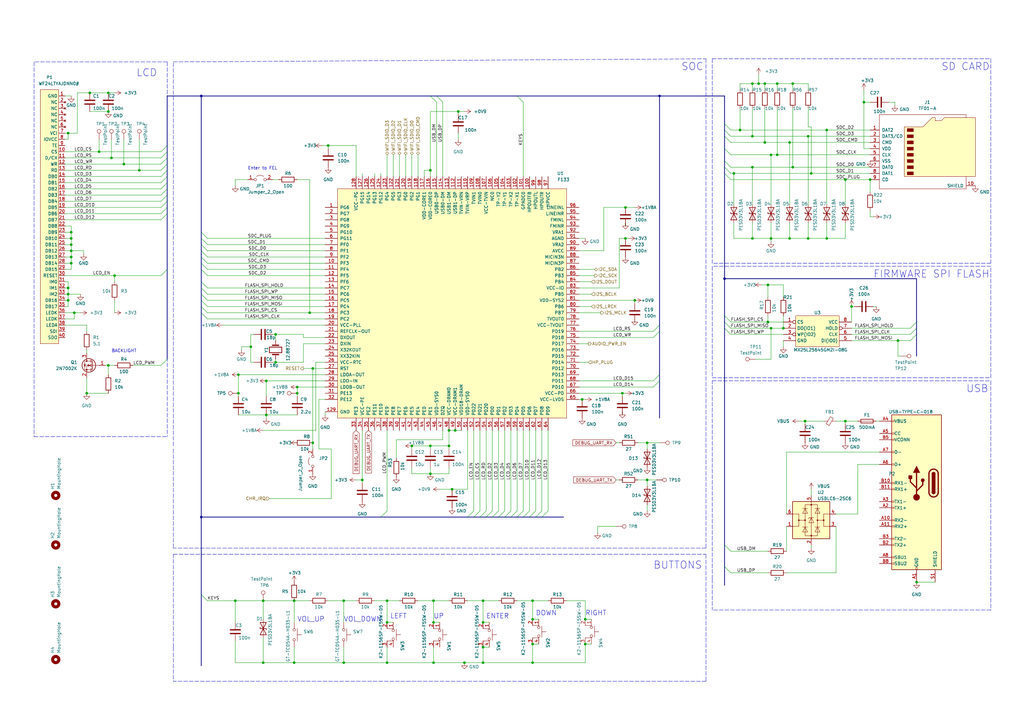
<source format=kicad_sch>
(kicad_sch (version 20211123) (generator eeschema)
  (paper "A3")
  (junction (at 346.71 73.66))
  (junction (at 158.75 255.27))
  (junction (at 176.53 69.85))
  (junction (at 308.61 97.79))
  (junction (at 46.99 113.03))
  (junction (at 158.75 246.38))
  (junction (at 176.53 194.31))
  (junction (at 107.95 271.78))
  (junction (at 27.94 118.11))
  (junction (at 45.72 64.77))
  (junction (at 127 128.27))
  (junction (at 323.85 58.42))
  (junction (at 346.71 172.72))
  (junction (at 57.15 69.85))
  (junction (at 303.53 53.34))
  (junction (at 113.03 137.16))
  (junction (at 29.21 100.33))
  (junction (at 187.96 45.72))
  (junction (at 316.23 97.79))
  (junction (at 96.52 246.38))
  (junction (at 121.92 161.29))
  (junction (at 318.77 63.5))
  (junction (at 331.47 55.88))
  (junction (at 308.61 68.58))
  (junction (at 168.91 182.88))
  (junction (at 27.94 123.19))
  (junction (at 198.12 255.27))
  (junction (at 44.45 149.86))
  (junction (at 339.09 97.79))
  (junction (at 102.87 142.24))
  (junction (at 339.09 53.34))
  (junction (at 218.44 264.16))
  (junction (at 176.53 182.88))
  (junction (at 128.27 151.13))
  (junction (at 113.03 148.59))
  (junction (at 29.21 95.25))
  (junction (at 50.8 67.31))
  (junction (at 316.23 134.62))
  (junction (at 30.48 128.27))
  (junction (at 198.12 265.43))
  (junction (at 256.54 97.79))
  (junction (at 218.44 246.38))
  (junction (at 97.79 161.29))
  (junction (at 35.56 161.29))
  (junction (at 44.45 38.1))
  (junction (at 198.12 246.38))
  (junction (at 265.43 196.85))
  (junction (at 140.97 246.38))
  (junction (at 300.99 71.12))
  (junction (at 349.25 125.73))
  (junction (at 120.65 246.38))
  (junction (at 330.2 172.72))
  (junction (at 29.21 105.41))
  (junction (at 238.76 163.83))
  (junction (at 186.69 176.53))
  (junction (at 158.75 271.78))
  (junction (at 313.69 34.29))
  (junction (at 82.55 212.09))
  (junction (at 177.8 246.38))
  (junction (at 311.15 34.29))
  (junction (at 321.31 134.62))
  (junction (at 27.94 120.65))
  (junction (at 134.62 59.69))
  (junction (at 318.77 34.29))
  (junction (at 332.74 71.12))
  (junction (at 308.61 55.88))
  (junction (at 128.27 181.61))
  (junction (at 107.95 246.38))
  (junction (at 121.92 158.75))
  (junction (at 44.45 45.72))
  (junction (at 260.35 123.19))
  (junction (at 184.15 176.53))
  (junction (at 97.79 153.67))
  (junction (at 27.94 54.61))
  (junction (at 270.51 39.37))
  (junction (at 375.92 238.76))
  (junction (at 331.47 97.79))
  (junction (at 256.54 85.09))
  (junction (at 323.85 97.79))
  (junction (at 148.59 196.85))
  (junction (at 218.44 271.78))
  (junction (at 177.8 255.27))
  (junction (at 308.61 34.29))
  (junction (at 297.18 114.3))
  (junction (at 29.21 97.79))
  (junction (at 36.83 38.1))
  (junction (at 255.27 161.29))
  (junction (at 356.87 73.66))
  (junction (at 177.8 271.78))
  (junction (at 218.44 254))
  (junction (at 29.21 102.87))
  (junction (at 325.12 34.29))
  (junction (at 120.65 271.78))
  (junction (at 109.22 170.18))
  (junction (at 240.03 264.16))
  (junction (at 314.96 116.84))
  (junction (at 314.96 132.08))
  (junction (at 325.12 68.58))
  (junction (at 40.64 62.23))
  (junction (at 198.12 271.78))
  (junction (at 109.22 156.21))
  (junction (at 82.55 39.37))
  (junction (at 29.21 107.95))
  (junction (at 265.43 181.61))
  (junction (at 190.5 271.78))
  (junction (at 240.03 254))
  (junction (at 184.15 182.88))
  (junction (at 354.33 41.91))
  (junction (at 368.3 139.7))
  (junction (at 185.42 200.66))
  (junction (at 316.23 63.5))
  (junction (at 140.97 271.78))
  (junction (at 313.69 58.42))
  (bus_entry (at 375.92 134.62) (size -2.54 2.54))
  (bus_entry (at 82.55 102.87) (size 2.54 2.54))
  (bus_entry (at 68.58 69.85) (size -2.54 2.54))
  (bus_entry (at 82.55 118.11) (size 2.54 2.54))
  (bus_entry (at 68.58 74.93) (size -2.54 2.54))
  (bus_entry (at 375.92 132.08) (size -2.54 2.54))
  (bus_entry (at 176.53 39.37) (size 2.54 2.54))
  (bus_entry (at 212.09 209.55) (size -2.54 2.54))
  (bus_entry (at 297.18 132.08) (size 2.54 2.54))
  (bus_entry (at 297.18 53.34) (size 2.54 2.54))
  (bus_entry (at 196.85 209.55) (size -2.54 2.54))
  (bus_entry (at 68.58 87.63) (size -2.54 2.54))
  (bus_entry (at 68.58 59.69) (size -2.54 2.54))
  (bus_entry (at 82.55 97.79) (size 2.54 2.54))
  (bus_entry (at 82.55 105.41) (size 2.54 2.54))
  (bus_entry (at 297.18 71.12) (size 2.54 2.54))
  (bus_entry (at 297.18 129.54) (size 2.54 2.54))
  (bus_entry (at 68.58 72.39) (size -2.54 2.54))
  (bus_entry (at 297.18 50.8) (size 2.54 2.54))
  (bus_entry (at 214.63 209.55) (size -2.54 2.54))
  (bus_entry (at 297.18 68.58) (size 2.54 2.54))
  (bus_entry (at 297.18 55.88) (size 2.54 2.54))
  (bus_entry (at 68.58 80.01) (size -2.54 2.54))
  (bus_entry (at 68.58 85.09) (size -2.54 2.54))
  (bus_entry (at 82.55 128.27) (size 2.54 2.54))
  (bus_entry (at 82.55 107.95) (size 2.54 2.54))
  (bus_entry (at 270.51 133.35) (size -2.54 2.54))
  (bus_entry (at 375.92 137.16) (size -2.54 2.54))
  (bus_entry (at 68.58 147.32) (size -2.54 2.54))
  (bus_entry (at 68.58 77.47) (size -2.54 2.54))
  (bus_entry (at 68.58 110.49) (size -2.54 2.54))
  (bus_entry (at 156.21 212.09) (size 2.54 -2.54))
  (bus_entry (at 212.09 39.37) (size 2.54 2.54))
  (bus_entry (at 82.55 125.73) (size 2.54 2.54))
  (bus_entry (at 209.55 209.55) (size -2.54 2.54))
  (bus_entry (at 219.71 209.55) (size -2.54 2.54))
  (bus_entry (at 270.51 153.67) (size -2.54 2.54))
  (bus_entry (at 82.55 100.33) (size 2.54 2.54))
  (bus_entry (at 199.39 209.55) (size -2.54 2.54))
  (bus_entry (at 222.25 209.55) (size -2.54 2.54))
  (bus_entry (at 191.77 212.09) (size 2.54 -2.54))
  (bus_entry (at 82.55 110.49) (size 2.54 2.54))
  (bus_entry (at 201.93 209.55) (size -2.54 2.54))
  (bus_entry (at 297.18 134.62) (size 2.54 2.54))
  (bus_entry (at 297.18 60.96) (size 2.54 2.54))
  (bus_entry (at 82.55 120.65) (size 2.54 2.54))
  (bus_entry (at 207.01 209.55) (size -2.54 2.54))
  (bus_entry (at 82.55 243.84) (size 2.54 2.54))
  (bus_entry (at 297.18 232.41) (size 2.54 2.54))
  (bus_entry (at 68.58 62.23) (size -2.54 2.54))
  (bus_entry (at 68.58 67.31) (size -2.54 2.54))
  (bus_entry (at 270.51 135.89) (size -2.54 2.54))
  (bus_entry (at 297.18 223.52) (size 2.54 2.54))
  (bus_entry (at 82.55 95.25) (size 2.54 2.54))
  (bus_entry (at 204.47 209.55) (size -2.54 2.54))
  (bus_entry (at 270.51 156.21) (size -2.54 2.54))
  (bus_entry (at 68.58 64.77) (size -2.54 2.54))
  (bus_entry (at 217.17 209.55) (size -2.54 2.54))
  (bus_entry (at 82.55 123.19) (size 2.54 2.54))
  (bus_entry (at 82.55 115.57) (size 2.54 2.54))
  (bus_entry (at 224.79 209.55) (size -2.54 2.54))
  (bus_entry (at 68.58 82.55) (size -2.54 2.54))
  (bus_entry (at 297.18 66.04) (size 2.54 2.54))
  (bus_entry (at 179.07 39.37) (size 2.54 2.54))
  (wire (pts (xy 176.53 45.72) (xy 176.53 69.85)))
  (polyline (pts (xy 71.12 25.4) (xy 289.56 24.13)))
  (bus (pts (xy 207.01 212.09) (xy 204.47 212.09)))
  (wire (pts (xy 332.74 52.07) (xy 332.74 71.12)))
  (wire (pts (xy 198.12 246.38) (xy 198.12 255.27)))
  (wire (pts (xy 316.23 97.79) (xy 323.85 97.79)))
  (bus (pts (xy 82.55 39.37) (xy 82.55 95.25)))
  (wire (pts (xy 109.22 171.45) (xy 109.22 170.18)))
  (wire (pts (xy 44.45 149.86) (xy 44.45 153.67)))
  (wire (pts (xy 265.43 207.01) (xy 265.43 209.55)))
  (wire (pts (xy 237.49 123.19) (xy 260.35 123.19)))
  (bus (pts (xy 68.58 64.77) (xy 68.58 67.31)))
  (wire (pts (xy 140.97 271.78) (xy 140.97 265.43)))
  (bus (pts (xy 297.18 55.88) (xy 297.18 60.96)))
  (wire (pts (xy 331.47 36.83) (xy 331.47 34.29)))
  (wire (pts (xy 168.91 63.5) (xy 168.91 72.39)))
  (wire (pts (xy 201.93 176.53) (xy 201.93 209.55)))
  (wire (pts (xy 40.64 57.15) (xy 40.64 62.23)))
  (wire (pts (xy 313.69 44.45) (xy 313.69 58.42)))
  (wire (pts (xy 184.15 176.53) (xy 184.15 182.88)))
  (bus (pts (xy 212.09 39.37) (xy 270.51 39.37)))
  (wire (pts (xy 121.92 181.61) (xy 120.65 181.61)))
  (wire (pts (xy 309.88 147.32) (xy 316.23 147.32)))
  (wire (pts (xy 351.79 190.5) (xy 360.68 190.5)))
  (wire (pts (xy 113.03 148.59) (xy 111.76 148.59)))
  (bus (pts (xy 68.58 80.01) (xy 68.58 82.55)))
  (wire (pts (xy 252.73 181.61) (xy 254 181.61)))
  (wire (pts (xy 187.96 54.61) (xy 187.96 57.15)))
  (wire (pts (xy 342.9 172.72) (xy 346.71 172.72)))
  (bus (pts (xy 82.55 123.19) (xy 82.55 125.73)))
  (wire (pts (xy 146.05 59.69) (xy 146.05 72.39)))
  (wire (pts (xy 173.99 69.85) (xy 176.53 69.85)))
  (wire (pts (xy 26.67 130.81) (xy 30.48 130.81)))
  (wire (pts (xy 323.85 91.44) (xy 323.85 97.79)))
  (wire (pts (xy 332.74 223.52) (xy 332.74 224.79)))
  (wire (pts (xy 358.14 125.73) (xy 359.41 125.73)))
  (wire (pts (xy 191.77 200.66) (xy 185.42 200.66)))
  (bus (pts (xy 375.92 114.3) (xy 375.92 132.08)))
  (wire (pts (xy 196.85 176.53) (xy 196.85 209.55)))
  (wire (pts (xy 158.75 63.5) (xy 158.75 72.39)))
  (wire (pts (xy 85.09 102.87) (xy 133.35 102.87)))
  (wire (pts (xy 342.9 215.9) (xy 342.9 234.95)))
  (bus (pts (xy 68.58 67.31) (xy 68.58 69.85)))
  (wire (pts (xy 322.58 210.82) (xy 322.58 185.42)))
  (wire (pts (xy 148.59 196.85) (xy 148.59 198.12)))
  (wire (pts (xy 128.27 151.13) (xy 133.35 151.13)))
  (bus (pts (xy 68.58 39.37) (xy 68.58 59.69)))
  (wire (pts (xy 29.21 95.25) (xy 29.21 97.79)))
  (wire (pts (xy 346.71 91.44) (xy 346.71 97.79)))
  (wire (pts (xy 299.72 137.16) (xy 321.31 137.16)))
  (polyline (pts (xy 71.12 182.88) (xy 71.12 25.4)))
  (wire (pts (xy 240.03 264.16) (xy 242.57 264.16)))
  (wire (pts (xy 190.5 271.78) (xy 198.12 271.78)))
  (wire (pts (xy 245.11 215.9) (xy 245.11 218.44)))
  (wire (pts (xy 237.49 128.27) (xy 246.38 128.27)))
  (wire (pts (xy 35.56 135.89) (xy 35.56 133.35)))
  (wire (pts (xy 36.83 45.72) (xy 44.45 45.72)))
  (wire (pts (xy 218.44 254) (xy 220.98 254)))
  (wire (pts (xy 237.49 97.79) (xy 240.03 97.79)))
  (bus (pts (xy 82.55 95.25) (xy 82.55 97.79)))
  (wire (pts (xy 168.91 191.77) (xy 168.91 194.31)))
  (wire (pts (xy 107.95 246.38) (xy 120.65 246.38)))
  (wire (pts (xy 184.15 182.88) (xy 176.53 182.88)))
  (wire (pts (xy 26.67 105.41) (xy 29.21 105.41)))
  (wire (pts (xy 354.33 36.83) (xy 354.33 41.91)))
  (wire (pts (xy 218.44 246.38) (xy 224.79 246.38)))
  (polyline (pts (xy 406.4 109.22) (xy 292.1 109.22)))
  (wire (pts (xy 177.8 271.78) (xy 190.5 271.78)))
  (wire (pts (xy 44.45 38.1) (xy 46.99 38.1)))
  (wire (pts (xy 299.72 234.95) (xy 314.96 234.95)))
  (wire (pts (xy 26.67 90.17) (xy 66.04 90.17)))
  (wire (pts (xy 46.99 113.03) (xy 26.67 113.03)))
  (wire (pts (xy 27.94 54.61) (xy 27.94 57.15)))
  (wire (pts (xy 198.12 246.38) (xy 204.47 246.38)))
  (wire (pts (xy 130.81 163.83) (xy 133.35 163.83)))
  (wire (pts (xy 177.8 246.38) (xy 184.15 246.38)))
  (wire (pts (xy 300.99 91.44) (xy 300.99 97.79)))
  (wire (pts (xy 308.61 34.29) (xy 311.15 34.29)))
  (wire (pts (xy 158.75 255.27) (xy 161.29 255.27)))
  (wire (pts (xy 218.44 254) (xy 218.44 246.38)))
  (bus (pts (xy 209.55 212.09) (xy 207.01 212.09)))
  (wire (pts (xy 299.72 226.06) (xy 314.96 226.06)))
  (wire (pts (xy 158.75 246.38) (xy 158.75 255.27)))
  (wire (pts (xy 121.92 158.75) (xy 121.92 161.29)))
  (wire (pts (xy 128.27 151.13) (xy 128.27 181.61)))
  (wire (pts (xy 29.21 110.49) (xy 29.21 107.95)))
  (wire (pts (xy 26.67 123.19) (xy 27.94 123.19)))
  (bus (pts (xy 297.18 53.34) (xy 297.18 55.88)))
  (wire (pts (xy 40.64 62.23) (xy 66.04 62.23)))
  (wire (pts (xy 314.96 132.08) (xy 321.31 132.08)))
  (wire (pts (xy 198.12 265.43) (xy 200.66 265.43)))
  (wire (pts (xy 27.94 118.11) (xy 27.94 120.65)))
  (wire (pts (xy 134.62 59.69) (xy 134.62 60.96)))
  (wire (pts (xy 364.49 41.91) (xy 367.03 41.91)))
  (wire (pts (xy 322.58 234.95) (xy 342.9 234.95)))
  (polyline (pts (xy 292.1 109.22) (xy 292.1 109.22)))
  (wire (pts (xy 26.67 92.71) (xy 29.21 92.71)))
  (wire (pts (xy 255.27 170.18) (xy 255.27 168.91)))
  (bus (pts (xy 270.51 156.21) (xy 270.51 171.45)))
  (bus (pts (xy 297.18 129.54) (xy 297.18 132.08)))
  (wire (pts (xy 356.87 41.91) (xy 354.33 41.91)))
  (wire (pts (xy 34.29 102.87) (xy 29.21 102.87)))
  (wire (pts (xy 27.94 115.57) (xy 27.94 118.11)))
  (wire (pts (xy 109.22 156.21) (xy 133.35 156.21)))
  (bus (pts (xy 82.55 243.84) (xy 82.55 273.05)))
  (wire (pts (xy 247.65 102.87) (xy 247.65 85.09)))
  (wire (pts (xy 35.56 161.29) (xy 44.45 161.29)))
  (wire (pts (xy 269.24 196.85) (xy 265.43 196.85)))
  (bus (pts (xy 297.18 132.08) (xy 297.18 134.62)))
  (bus (pts (xy 231.14 212.09) (xy 222.25 212.09)))
  (wire (pts (xy 27.94 120.65) (xy 26.67 120.65)))
  (polyline (pts (xy 292.1 107.95) (xy 292.1 107.95)))
  (wire (pts (xy 30.48 128.27) (xy 33.02 128.27)))
  (wire (pts (xy 26.67 85.09) (xy 66.04 85.09)))
  (bus (pts (xy 82.55 107.95) (xy 82.55 110.49)))
  (wire (pts (xy 313.69 34.29) (xy 318.77 34.29)))
  (wire (pts (xy 318.77 44.45) (xy 318.77 63.5)))
  (bus (pts (xy 82.55 97.79) (xy 82.55 100.33)))
  (wire (pts (xy 124.46 148.59) (xy 113.03 148.59)))
  (wire (pts (xy 316.23 63.5) (xy 318.77 63.5)))
  (wire (pts (xy 46.99 123.19) (xy 46.99 128.27)))
  (wire (pts (xy 26.67 128.27) (xy 30.48 128.27)))
  (wire (pts (xy 237.49 161.29) (xy 255.27 161.29)))
  (wire (pts (xy 218.44 264.16) (xy 220.98 264.16)))
  (wire (pts (xy 321.31 129.54) (xy 321.31 134.62)))
  (wire (pts (xy 323.85 58.42) (xy 356.87 58.42)))
  (bus (pts (xy 179.07 39.37) (xy 212.09 39.37)))
  (wire (pts (xy 237.49 163.83) (xy 238.76 163.83)))
  (polyline (pts (xy 71.12 265.43) (xy 71.12 279.4)))
  (wire (pts (xy 308.61 97.79) (xy 308.61 91.44)))
  (wire (pts (xy 316.23 97.79) (xy 316.23 99.06)))
  (wire (pts (xy 270.51 181.61) (xy 265.43 181.61)))
  (wire (pts (xy 26.67 67.31) (xy 50.8 67.31)))
  (wire (pts (xy 303.53 34.29) (xy 308.61 34.29)))
  (wire (pts (xy 26.67 95.25) (xy 29.21 95.25)))
  (wire (pts (xy 368.3 146.05) (xy 369.57 146.05)))
  (wire (pts (xy 91.44 133.35) (xy 133.35 133.35)))
  (bus (pts (xy 82.55 100.33) (xy 82.55 102.87)))
  (wire (pts (xy 303.53 36.83) (xy 303.53 34.29)))
  (wire (pts (xy 184.15 184.15) (xy 184.15 182.88)))
  (wire (pts (xy 54.61 149.86) (xy 66.04 149.86)))
  (wire (pts (xy 180.34 200.66) (xy 185.42 200.66)))
  (wire (pts (xy 26.67 57.15) (xy 27.94 57.15)))
  (wire (pts (xy 346.71 97.79) (xy 339.09 97.79)))
  (wire (pts (xy 85.09 246.38) (xy 96.52 246.38)))
  (wire (pts (xy 318.77 63.5) (xy 356.87 63.5)))
  (wire (pts (xy 96.52 255.27) (xy 96.52 246.38)))
  (wire (pts (xy 85.09 125.73) (xy 133.35 125.73)))
  (wire (pts (xy 26.67 72.39) (xy 66.04 72.39)))
  (bus (pts (xy 297.18 60.96) (xy 297.18 66.04)))
  (wire (pts (xy 191.77 246.38) (xy 198.12 246.38)))
  (wire (pts (xy 30.48 130.81) (xy 30.48 128.27)))
  (wire (pts (xy 57.15 57.15) (xy 57.15 69.85)))
  (wire (pts (xy 256.54 91.44) (xy 256.54 92.71)))
  (wire (pts (xy 173.99 72.39) (xy 173.99 69.85)))
  (wire (pts (xy 36.83 38.1) (xy 44.45 38.1)))
  (wire (pts (xy 135.89 204.47) (xy 110.49 204.47)))
  (wire (pts (xy 34.29 104.14) (xy 34.29 102.87)))
  (polyline (pts (xy 289.56 224.79) (xy 71.12 224.79)))
  (wire (pts (xy 265.43 196.85) (xy 265.43 199.39)))
  (wire (pts (xy 97.79 153.67) (xy 97.79 161.29)))
  (wire (pts (xy 299.72 132.08) (xy 314.96 132.08)))
  (wire (pts (xy 135.89 184.15) (xy 135.89 204.47)))
  (wire (pts (xy 57.15 69.85) (xy 66.04 69.85)))
  (bus (pts (xy 82.55 125.73) (xy 82.55 128.27)))
  (wire (pts (xy 113.03 137.16) (xy 113.03 139.7)))
  (bus (pts (xy 204.47 212.09) (xy 201.93 212.09)))
  (bus (pts (xy 196.85 212.09) (xy 199.39 212.09)))
  (wire (pts (xy 187.96 46.99) (xy 187.96 45.72)))
  (wire (pts (xy 349.25 125.73) (xy 350.52 125.73)))
  (wire (pts (xy 26.67 62.23) (xy 40.64 62.23)))
  (wire (pts (xy 133.35 138.43) (xy 124.46 138.43)))
  (wire (pts (xy 85.09 113.03) (xy 133.35 113.03)))
  (wire (pts (xy 308.61 44.45) (xy 308.61 55.88)))
  (bus (pts (xy 270.51 39.37) (xy 297.18 39.37)))
  (bus (pts (xy 194.31 212.09) (xy 196.85 212.09)))
  (wire (pts (xy 237.49 138.43) (xy 267.97 138.43)))
  (wire (pts (xy 130.81 184.15) (xy 135.89 184.15)))
  (wire (pts (xy 133.35 140.97) (xy 124.46 140.97)))
  (wire (pts (xy 339.09 53.34) (xy 356.87 53.34)))
  (bus (pts (xy 297.18 50.8) (xy 297.18 53.34)))
  (wire (pts (xy 331.47 52.07) (xy 332.74 52.07)))
  (wire (pts (xy 254 97.79) (xy 256.54 97.79)))
  (wire (pts (xy 148.59 71.12) (xy 148.59 72.39)))
  (wire (pts (xy 331.47 44.45) (xy 331.47 52.07)))
  (wire (pts (xy 332.74 71.12) (xy 356.87 71.12)))
  (wire (pts (xy 299.72 55.88) (xy 308.61 55.88)))
  (polyline (pts (xy 406.4 24.13) (xy 406.4 107.95)))
  (wire (pts (xy 35.56 143.51) (xy 35.56 144.78)))
  (wire (pts (xy 120.65 246.38) (xy 120.65 255.27)))
  (wire (pts (xy 29.21 107.95) (xy 29.21 105.41)))
  (wire (pts (xy 237.49 102.87) (xy 247.65 102.87)))
  (wire (pts (xy 107.95 254) (xy 107.95 246.38)))
  (wire (pts (xy 240.03 264.16) (xy 240.03 271.78)))
  (wire (pts (xy 132.08 59.69) (xy 134.62 59.69)))
  (polyline (pts (xy 289.56 24.13) (xy 289.56 224.79)))
  (wire (pts (xy 299.72 73.66) (xy 346.71 73.66)))
  (wire (pts (xy 240.03 254) (xy 242.57 254)))
  (wire (pts (xy 120.65 271.78) (xy 140.97 271.78)))
  (wire (pts (xy 308.61 34.29) (xy 308.61 36.83)))
  (wire (pts (xy 104.14 148.59) (xy 102.87 148.59)))
  (bus (pts (xy 297.18 39.37) (xy 297.18 50.8)))
  (wire (pts (xy 265.43 196.85) (xy 261.62 196.85)))
  (wire (pts (xy 303.53 44.45) (xy 303.53 53.34)))
  (wire (pts (xy 218.44 271.78) (xy 240.03 271.78)))
  (wire (pts (xy 308.61 68.58) (xy 308.61 83.82)))
  (wire (pts (xy 186.69 176.53) (xy 189.23 176.53)))
  (wire (pts (xy 156.21 71.12) (xy 156.21 72.39)))
  (wire (pts (xy 346.71 73.66) (xy 346.71 83.82)))
  (wire (pts (xy 26.67 64.77) (xy 45.72 64.77)))
  (wire (pts (xy 99.06 143.51) (xy 99.06 142.24)))
  (wire (pts (xy 219.71 176.53) (xy 219.71 209.55)))
  (wire (pts (xy 237.49 156.21) (xy 267.97 156.21)))
  (wire (pts (xy 214.63 41.91) (xy 214.63 72.39)))
  (wire (pts (xy 163.83 63.5) (xy 163.83 72.39)))
  (wire (pts (xy 181.61 180.34) (xy 162.56 180.34)))
  (wire (pts (xy 314.96 129.54) (xy 314.96 132.08)))
  (bus (pts (xy 82.55 110.49) (xy 82.55 115.57)))
  (wire (pts (xy 85.09 105.41) (xy 133.35 105.41)))
  (wire (pts (xy 181.61 176.53) (xy 181.61 180.34)))
  (wire (pts (xy 181.61 41.91) (xy 181.61 72.39)))
  (wire (pts (xy 204.47 176.53) (xy 204.47 209.55)))
  (wire (pts (xy 26.67 107.95) (xy 29.21 107.95)))
  (bus (pts (xy 68.58 77.47) (xy 68.58 80.01)))
  (polyline (pts (xy 289.56 279.4) (xy 71.12 279.4)))
  (wire (pts (xy 127 246.38) (xy 120.65 246.38)))
  (wire (pts (xy 327.66 172.72) (xy 330.2 172.72)))
  (wire (pts (xy 124.46 138.43) (xy 124.46 137.16)))
  (wire (pts (xy 316.23 134.62) (xy 321.31 134.62)))
  (wire (pts (xy 265.43 181.61) (xy 261.62 181.61)))
  (wire (pts (xy 134.62 246.38) (xy 140.97 246.38)))
  (wire (pts (xy 300.99 71.12) (xy 300.99 83.82)))
  (wire (pts (xy 256.54 85.09) (xy 260.35 85.09)))
  (wire (pts (xy 26.67 102.87) (xy 29.21 102.87)))
  (wire (pts (xy 316.23 91.44) (xy 316.23 97.79)))
  (bus (pts (xy 297.18 223.52) (xy 297.18 232.41)))
  (wire (pts (xy 191.77 176.53) (xy 191.77 200.66)))
  (polyline (pts (xy 406.4 154.94) (xy 406.4 109.22)))
  (bus (pts (xy 68.58 110.49) (xy 68.58 147.32)))
  (wire (pts (xy 342.9 210.82) (xy 351.79 210.82)))
  (wire (pts (xy 176.53 69.85) (xy 176.53 72.39)))
  (bus (pts (xy 82.55 105.41) (xy 82.55 107.95)))
  (wire (pts (xy 96.52 262.89) (xy 96.52 271.78)))
  (bus (pts (xy 82.55 120.65) (xy 82.55 123.19)))
  (wire (pts (xy 27.94 123.19) (xy 27.94 125.73)))
  (wire (pts (xy 368.3 139.7) (xy 368.3 146.05)))
  (wire (pts (xy 299.72 71.12) (xy 300.99 71.12)))
  (bus (pts (xy 270.51 153.67) (xy 270.51 156.21)))
  (bus (pts (xy 297.18 114.3) (xy 297.18 129.54)))
  (wire (pts (xy 46.99 149.86) (xy 44.45 149.86)))
  (wire (pts (xy 300.99 71.12) (xy 332.74 71.12)))
  (wire (pts (xy 85.09 128.27) (xy 127 128.27)))
  (wire (pts (xy 299.72 58.42) (xy 313.69 58.42)))
  (wire (pts (xy 29.21 100.33) (xy 29.21 97.79)))
  (wire (pts (xy 176.53 191.77) (xy 176.53 194.31)))
  (wire (pts (xy 127 73.66) (xy 127 128.27)))
  (polyline (pts (xy 292.1 24.13) (xy 406.4 24.13)))
  (wire (pts (xy 212.09 246.38) (xy 218.44 246.38)))
  (bus (pts (xy 297.18 66.04) (xy 297.18 68.58)))
  (bus (pts (xy 219.71 212.09) (xy 217.17 212.09)))
  (wire (pts (xy 140.97 271.78) (xy 158.75 271.78)))
  (wire (pts (xy 50.8 57.15) (xy 50.8 67.31)))
  (wire (pts (xy 85.09 97.79) (xy 133.35 97.79)))
  (wire (pts (xy 111.76 73.66) (xy 114.3 73.66)))
  (bus (pts (xy 68.58 59.69) (xy 68.58 62.23)))
  (bus (pts (xy 68.58 62.23) (xy 68.58 64.77)))
  (wire (pts (xy 323.85 58.42) (xy 323.85 83.82)))
  (wire (pts (xy 325.12 34.29) (xy 325.12 36.83)))
  (wire (pts (xy 198.12 265.43) (xy 198.12 271.78)))
  (wire (pts (xy 321.31 116.84) (xy 321.31 121.92)))
  (wire (pts (xy 45.72 57.15) (xy 45.72 64.77)))
  (wire (pts (xy 314.96 121.92) (xy 314.96 116.84)))
  (wire (pts (xy 109.22 156.21) (xy 109.22 162.56)))
  (polyline (pts (xy 68.58 25.4) (xy 68.58 179.07)))
  (wire (pts (xy 96.52 73.66) (xy 101.6 73.66)))
  (bus (pts (xy 82.55 115.57) (xy 82.55 118.11)))
  (wire (pts (xy 29.21 92.71) (xy 29.21 95.25)))
  (wire (pts (xy 318.77 34.29) (xy 318.77 36.83)))
  (bus (pts (xy 201.93 212.09) (xy 199.39 212.09)))
  (wire (pts (xy 96.52 76.2) (xy 96.52 73.66)))
  (polyline (pts (xy 292.1 237.49) (xy 292.1 250.19)))
  (polyline (pts (xy 292.1 154.94) (xy 406.4 154.94)))
  (wire (pts (xy 260.35 130.81) (xy 260.35 132.08)))
  (bus (pts (xy 176.53 39.37) (xy 179.07 39.37)))
  (wire (pts (xy 313.69 34.29) (xy 313.69 36.83)))
  (wire (pts (xy 299.72 53.34) (xy 303.53 53.34)))
  (wire (pts (xy 26.67 54.61) (xy 27.94 54.61)))
  (wire (pts (xy 99.06 142.24) (xy 102.87 142.24)))
  (polyline (pts (xy 71.12 265.43) (xy 71.12 227.33)))
  (wire (pts (xy 322.58 215.9) (xy 322.58 226.06)))
  (wire (pts (xy 85.09 130.81) (xy 133.35 130.81)))
  (wire (pts (xy 254 118.11) (xy 254 97.79)))
  (wire (pts (xy 217.17 176.53) (xy 217.17 209.55)))
  (wire (pts (xy 346.71 172.72) (xy 351.79 172.72)))
  (wire (pts (xy 26.67 74.93) (xy 66.04 74.93)))
  (wire (pts (xy 299.72 68.58) (xy 308.61 68.58)))
  (wire (pts (xy 184.15 194.31) (xy 176.53 194.31)))
  (wire (pts (xy 35.56 154.94) (xy 35.56 161.29)))
  (wire (pts (xy 198.12 255.27) (xy 200.66 255.27)))
  (wire (pts (xy 237.49 140.97) (xy 241.3 140.97)))
  (wire (pts (xy 240.03 246.38) (xy 232.41 246.38)))
  (wire (pts (xy 184.15 176.53) (xy 186.69 176.53)))
  (wire (pts (xy 26.67 69.85) (xy 57.15 69.85)))
  (wire (pts (xy 199.39 176.53) (xy 199.39 209.55)))
  (wire (pts (xy 171.45 63.5) (xy 171.45 72.39)))
  (bus (pts (xy 82.55 118.11) (xy 82.55 120.65)))
  (wire (pts (xy 346.71 172.72) (xy 346.71 173.99)))
  (wire (pts (xy 27.94 115.57) (xy 26.67 115.57)))
  (bus (pts (xy 297.18 232.41) (xy 297.18 240.03)))
  (wire (pts (xy 111.76 137.16) (xy 113.03 137.16)))
  (wire (pts (xy 107.95 271.78) (xy 96.52 271.78)))
  (bus (pts (xy 270.51 135.89) (xy 270.51 153.67)))
  (wire (pts (xy 212.09 176.53) (xy 212.09 209.55)))
  (wire (pts (xy 26.67 80.01) (xy 66.04 80.01)))
  (wire (pts (xy 26.67 110.49) (xy 29.21 110.49)))
  (wire (pts (xy 255.27 161.29) (xy 255.27 162.56)))
  (wire (pts (xy 102.87 142.24) (xy 102.87 137.16)))
  (wire (pts (xy 26.67 39.37) (xy 29.21 39.37)))
  (wire (pts (xy 187.96 45.72) (xy 190.5 45.72)))
  (wire (pts (xy 313.69 58.42) (xy 323.85 58.42)))
  (wire (pts (xy 354.33 60.96) (xy 356.87 60.96)))
  (wire (pts (xy 26.67 87.63) (xy 66.04 87.63)))
  (wire (pts (xy 124.46 151.13) (xy 128.27 151.13)))
  (polyline (pts (xy 68.58 25.4) (xy 13.97 25.4)))
  (wire (pts (xy 46.99 113.03) (xy 66.04 113.03)))
  (wire (pts (xy 168.91 194.31) (xy 176.53 194.31)))
  (wire (pts (xy 351.79 210.82) (xy 351.79 190.5)))
  (bus (pts (xy 68.58 74.93) (xy 68.58 77.47)))
  (bus (pts (xy 214.63 212.09) (xy 212.09 212.09)))
  (polyline (pts (xy 406.4 107.95) (xy 292.1 107.95)))
  (wire (pts (xy 146.05 196.85) (xy 148.59 196.85)))
  (wire (pts (xy 27.94 123.19) (xy 27.94 120.65)))
  (wire (pts (xy 31.75 38.1) (xy 36.83 38.1)))
  (wire (pts (xy 27.94 54.61) (xy 31.75 54.61)))
  (wire (pts (xy 158.75 265.43) (xy 158.75 271.78)))
  (wire (pts (xy 368.3 139.7) (xy 373.38 139.7)))
  (wire (pts (xy 331.47 91.44) (xy 331.47 97.79)))
  (wire (pts (xy 129.54 148.59) (xy 129.54 176.53)))
  (wire (pts (xy 367.03 43.18) (xy 367.03 41.91)))
  (wire (pts (xy 331.47 55.88) (xy 331.47 83.82)))
  (wire (pts (xy 168.91 184.15) (xy 168.91 182.88)))
  (wire (pts (xy 224.79 176.53) (xy 224.79 209.55)))
  (wire (pts (xy 300.99 97.79) (xy 308.61 97.79)))
  (wire (pts (xy 331.47 34.29) (xy 325.12 34.29)))
  (wire (pts (xy 356.87 88.9) (xy 356.87 86.36)))
  (wire (pts (xy 153.67 71.12) (xy 153.67 72.39)))
  (wire (pts (xy 140.97 246.38) (xy 140.97 255.27)))
  (bus (pts (xy 68.58 87.63) (xy 68.58 110.49)))
  (wire (pts (xy 358.14 88.9) (xy 356.87 88.9)))
  (wire (pts (xy 124.46 137.16) (xy 113.03 137.16)))
  (bus (pts (xy 222.25 212.09) (xy 219.71 212.09)))
  (wire (pts (xy 121.92 161.29) (xy 121.92 162.56)))
  (wire (pts (xy 26.67 77.47) (xy 66.04 77.47)))
  (bus (pts (xy 375.92 137.16) (xy 375.92 146.05)))
  (wire (pts (xy 85.09 120.65) (xy 133.35 120.65)))
  (bus (pts (xy 82.55 212.09) (xy 156.21 212.09)))
  (wire (pts (xy 256.54 97.79) (xy 257.81 97.79)))
  (polyline (pts (xy 292.1 156.21) (xy 406.4 156.21)))
  (wire (pts (xy 237.49 148.59) (xy 241.3 148.59)))
  (wire (pts (xy 330.2 172.72) (xy 330.2 173.99)))
  (bus (pts (xy 82.55 39.37) (xy 176.53 39.37)))
  (wire (pts (xy 316.23 147.32) (xy 316.23 134.62)))
  (bus (pts (xy 82.55 212.09) (xy 82.55 243.84)))
  (bus (pts (xy 212.09 212.09) (xy 209.55 212.09)))
  (wire (pts (xy 102.87 137.16) (xy 104.14 137.16)))
  (wire (pts (xy 237.49 125.73) (xy 242.57 125.73)))
  (wire (pts (xy 45.72 64.77) (xy 66.04 64.77)))
  (wire (pts (xy 299.72 63.5) (xy 316.23 63.5)))
  (wire (pts (xy 325.12 34.29) (xy 318.77 34.29)))
  (wire (pts (xy 198.12 271.78) (xy 218.44 271.78)))
  (wire (pts (xy 140.97 246.38) (xy 146.05 246.38)))
  (wire (pts (xy 29.21 100.33) (xy 29.21 102.87)))
  (bus (pts (xy 217.17 212.09) (xy 214.63 212.09)))
  (wire (pts (xy 194.31 176.53) (xy 194.31 209.55)))
  (bus (pts (xy 191.77 212.09) (xy 194.31 212.09)))
  (wire (pts (xy 107.95 246.38) (xy 96.52 246.38)))
  (wire (pts (xy 311.15 30.48) (xy 311.15 34.29)))
  (wire (pts (xy 314.96 116.84) (xy 321.31 116.84)))
  (wire (pts (xy 85.09 123.19) (xy 133.35 123.19)))
  (polyline (pts (xy 13.97 25.4) (xy 13.97 179.07)))
  (wire (pts (xy 134.62 59.69) (xy 146.05 59.69)))
  (wire (pts (xy 214.63 176.53) (xy 214.63 209.55)))
  (wire (pts (xy 349.25 139.7) (xy 368.3 139.7)))
  (wire (pts (xy 29.21 97.79) (xy 26.67 97.79)))
  (wire (pts (xy 27.94 120.65) (xy 33.02 120.65)))
  (wire (pts (xy 237.49 113.03) (xy 243.84 113.03)))
  (wire (pts (xy 85.09 107.95) (xy 133.35 107.95)))
  (wire (pts (xy 332.74 200.66) (xy 332.74 203.2)))
  (wire (pts (xy 265.43 181.61) (xy 265.43 184.15)))
  (wire (pts (xy 158.75 246.38) (xy 163.83 246.38)))
  (wire (pts (xy 148.59 176.53) (xy 148.59 196.85)))
  (wire (pts (xy 26.67 118.11) (xy 27.94 118.11)))
  (bus (pts (xy 82.55 128.27) (xy 82.55 212.09)))
  (polyline (pts (xy 289.56 227.33) (xy 289.56 279.4)))
  (wire (pts (xy 177.8 255.27) (xy 180.34 255.27)))
  (bus (pts (xy 82.55 102.87) (xy 82.55 105.41)))
  (wire (pts (xy 46.99 115.57) (xy 46.99 113.03)))
  (polyline (pts (xy 71.12 227.33) (xy 289.56 227.33)))
  (wire (pts (xy 97.79 153.67) (xy 133.35 153.67)))
  (wire (pts (xy 349.25 125.73) (xy 349.25 132.08)))
  (wire (pts (xy 130.81 163.83) (xy 130.81 184.15)))
  (polyline (pts (xy 292.1 237.49) (xy 292.1 156.21)))
  (wire (pts (xy 107.95 261.62) (xy 107.95 271.78)))
  (wire (pts (xy 240.03 254) (xy 240.03 246.38)))
  (wire (pts (xy 322.58 185.42) (xy 360.68 185.42)))
  (wire (pts (xy 321.31 139.7) (xy 321.31 142.24)))
  (wire (pts (xy 124.46 140.97) (xy 124.46 148.59)))
  (wire (pts (xy 308.61 55.88) (xy 331.47 55.88)))
  (wire (pts (xy 349.25 134.62) (xy 373.38 134.62)))
  (wire (pts (xy 177.8 265.43) (xy 177.8 271.78)))
  (wire (pts (xy 107.95 271.78) (xy 120.65 271.78)))
  (bus (pts (xy 156.21 212.09) (xy 191.77 212.09)))
  (wire (pts (xy 179.07 41.91) (xy 179.07 72.39)))
  (wire (pts (xy 237.49 120.65) (xy 242.57 120.65)))
  (bus (pts (xy 297.18 114.3) (xy 375.92 114.3)))
  (bus (pts (xy 375.92 134.62) (xy 375.92 137.16)))
  (wire (pts (xy 97.79 161.29) (xy 97.79 162.56)))
  (wire (pts (xy 316.23 63.5) (xy 316.23 83.82)))
  (wire (pts (xy 85.09 110.49) (xy 133.35 110.49)))
  (wire (pts (xy 29.21 105.41) (xy 29.21 102.87)))
  (wire (pts (xy 26.67 82.55) (xy 66.04 82.55)))
  (polyline (pts (xy 406.4 250.19) (xy 292.1 250.19)))
  (wire (pts (xy 168.91 182.88) (xy 176.53 182.88)))
  (wire (pts (xy 359.41 172.72) (xy 360.68 172.72)))
  (wire (pts (xy 120.65 265.43) (xy 120.65 271.78)))
  (bus (pts (xy 297.18 134.62) (xy 297.18 223.52)))
  (wire (pts (xy 339.09 97.79) (xy 331.47 97.79)))
  (bus (pts (xy 297.18 68.58) (xy 297.18 71.12)))
  (polyline (pts (xy 406.4 156.21) (xy 406.4 250.19)))
  (wire (pts (xy 121.92 158.75) (xy 133.35 158.75)))
  (wire (pts (xy 303.53 53.34) (xy 339.09 53.34)))
  (wire (pts (xy 316.23 97.79) (xy 308.61 97.79)))
  (wire (pts (xy 323.85 97.79) (xy 331.47 97.79)))
  (wire (pts (xy 133.35 168.91) (xy 133.35 170.18)))
  (wire (pts (xy 222.25 176.53) (xy 222.25 209.55)))
  (wire (pts (xy 330.2 172.72) (xy 337.82 172.72)))
  (wire (pts (xy 218.44 264.16) (xy 218.44 271.78)))
  (wire (pts (xy 171.45 246.38) (xy 177.8 246.38)))
  (polyline (pts (xy 292.1 109.22) (xy 292.1 154.94)))
  (wire (pts (xy 177.8 246.38) (xy 177.8 255.27)))
  (wire (pts (xy 158.75 176.53) (xy 158.75 209.55)))
  (wire (pts (xy 356.87 78.74) (xy 356.87 73.66)))
  (wire (pts (xy 133.35 148.59) (xy 129.54 148.59)))
  (wire (pts (xy 161.29 63.5) (xy 161.29 72.39)))
  (wire (pts (xy 237.49 110.49) (xy 243.84 110.49)))
  (wire (pts (xy 121.92 73.66) (xy 127 73.66)))
  (wire (pts (xy 311.15 34.29) (xy 313.69 34.29)))
  (wire (pts (xy 176.53 45.72) (xy 187.96 45.72)))
  (wire (pts (xy 325.12 44.45) (xy 325.12 68.58)))
  (wire (pts (xy 308.61 68.58) (xy 325.12 68.58)))
  (wire (pts (xy 113.03 147.32) (xy 113.03 148.59)))
  (bus (pts (xy 375.92 132.08) (xy 375.92 134.62)))
  (wire (pts (xy 354.33 41.91) (xy 354.33 60.96)))
  (wire (pts (xy 237.49 118.11) (xy 254 118.11)))
  (wire (pts (xy 209.55 176.53) (xy 209.55 209.55)))
  (wire (pts (xy 85.09 100.33) (xy 133.35 100.33)))
  (wire (pts (xy 325.12 68.58) (xy 356.87 68.58)))
  (bus (pts (xy 68.58 69.85) (xy 68.58 72.39)))
  (bus (pts (xy 68.58 85.09) (xy 68.58 87.63)))
  (wire (pts (xy 176.53 184.15) (xy 176.53 182.88)))
  (bus (pts (xy 270.51 133.35) (xy 270.51 135.89)))
  (bus (pts (xy 297.18 71.12) (xy 297.18 114.3)))
  (wire (pts (xy 31.75 38.1) (xy 31.75 54.61)))
  (wire (pts (xy 27.94 125.73) (xy 26.67 125.73)))
  (wire (pts (xy 331.47 55.88) (xy 356.87 55.88)))
  (bus (pts (xy 68.58 39.37) (xy 82.55 39.37)))
  (wire (pts (xy 255.27 161.29) (xy 256.54 161.29)))
  (bus (pts (xy 270.51 39.37) (xy 270.51 133.35)))
  (wire (pts (xy 237.49 158.75) (xy 267.97 158.75)))
  (wire (pts (xy 184.15 191.77) (xy 184.15 194.31)))
  (wire (pts (xy 339.09 53.34) (xy 339.09 83.82)))
  (wire (pts (xy 237.49 115.57) (xy 242.57 115.57)))
  (wire (pts (xy 162.56 180.34) (xy 162.56 187.96)))
  (wire (pts (xy 153.67 246.38) (xy 158.75 246.38)))
  (wire (pts (xy 166.37 63.5) (xy 166.37 72.39)))
  (wire (pts (xy 128.27 181.61) (xy 128.27 184.15)))
  (wire (pts (xy 339.09 91.44) (xy 339.09 97.79)))
  (polyline (pts (xy 292.1 24.13) (xy 292.1 107.95)))
  (wire (pts (xy 252.73 196.85) (xy 254 196.85)))
  (wire (pts (xy 247.65 85.09) (xy 256.54 85.09)))
  (wire (pts (xy 237.49 135.89) (xy 267.97 135.89)))
  (wire (pts (xy 238.76 163.83) (xy 240.03 163.83)))
  (wire (pts (xy 109.22 170.18) (xy 121.92 170.18)))
  (polyline (pts (xy 13.97 179.07) (xy 68.58 179.07)))
  (wire (pts (xy 85.09 118.11) (xy 133.35 118.11)))
  (wire (pts (xy 158.75 271.78) (xy 177.8 271.78)))
  (wire (pts (xy 349.25 137.16) (xy 373.38 137.16)))
  (wire (pts (xy 260.35 123.19) (xy 260.35 124.46)))
  (wire (pts (xy 102.87 148.59) (xy 102.87 142.24)))
  (polyline (pts (xy 71.12 184.15) (xy 71.12 224.79)))
  (wire (pts (xy 375.92 238.76) (xy 383.54 238.76)))
  (wire (pts (xy 26.67 133.35) (xy 35.56 133.35)))
  (bus (pts (xy 68.58 82.55) (xy 68.58 85.09)))
  (wire (pts (xy 129.54 176.53) (xy 107.95 176.53)))
  (bus (pts (xy 68.58 72.39) (xy 68.58 74.93)))
  (wire (pts (xy 207.01 176.53) (xy 207.01 209.55)))
  (wire (pts (xy 312.42 116.84) (xy 314.96 116.84)))
  (wire (pts (xy 26.67 100.33) (xy 29.21 100.33)))
  (wire (pts (xy 346.71 73.66) (xy 356.87 73.66)))
  (wire (pts (xy 299.72 134.62) (xy 316.23 134.62)))
  (wire (pts (xy 43.18 149.86) (xy 44.45 149.86)))
  (wire (pts (xy 252.73 215.9) (xy 245.11 215.9)))
  (wire (pts (xy 97.79 170.18) (xy 109.22 170.18)))
  (wire (pts (xy 127 128.27) (xy 133.35 128.27)))
  (wire (pts (xy 50.8 67.31) (xy 66.04 67.31)))
  (text "SD CARD" (at 386.08 29.21 0) (effects (font (size 3 3)) (justify left bottom)))
  (text "DOWN" (at 219.71 252.73 0) (effects (font (size 2 2)) (justify left bottom)))
  (text "USB" (at 396.24 161.29 0) (effects (font (size 3 3)) (justify left bottom)))
  (text "FIRMWARE SPI FLASH\n" (at 358.14 114.3 0) (effects (font (size 3 3)) (justify left bottom)))
  (text "Enter to FEL" (at 101.6 69.85 0) (effects (font (size 1.27 1.27)) (justify left bottom)))
  (text "ENTER" (at 199.39 254 0) (effects (font (size 2 2)) (justify left bottom)))
  (text "LEFT" (at 160.02 254 0) (effects (font (size 2 2)) (justify left bottom)))
  (text "RIGHT" (at 240.03 252.73 0) (effects (font (size 2 2)) (justify left bottom)))
  (text "BUTTONS\n" (at 267.97 233.68 0) (effects (font (size 3 3)) (justify left bottom)))
  (text "BACKLIGHT\n" (at 45.72 144.78 0) (effects (font (size 1.27 1.27)) (justify left bottom)))
  (text "UP" (at 177.8 254 0) (effects (font (size 2 2)) (justify left bottom)))
  (text "LCD" (at 55.88 31.75 0) (effects (font (size 3 3)) (justify left bottom)))
  (text "SOC" (at 279.4 29.21 0) (effects (font (size 3 3)) (justify left bottom)))
  (text "VOL_DOWN" (at 140.97 255.27 0) (effects (font (size 2 2)) (justify left bottom)))
  (text "VOL_UP" (at 121.92 255.27 0) (effects (font (size 2 2)) (justify left bottom)))
  (label "KEYS" (at 214.63 59.69 90))
  (label "LCD_PWM" (at 158.75 194.31 90))
  (label "SDC_D3" (at 342.9 55.88 0))
  (label "USB_DM" (at 179.07 58.42 90))
  (label "SDC_D3" (at 109.22 110.49 180))
  (label "LCD_D7" (at 214.63 196.85 90))
  (label "USB_DM" (at 302.26 226.06 0))
  (label "LCD_CS" (at 30.4636 62.23 0))
  (label "FLASH_SPI_HOLD" (at 100.33 118.11 0))
  (label "SDC_PLUG" (at 342.9 73.66 0))
  (label "LCD_D14" (at 251.46 158.75 0))
  (label "FLASH_SPI_HOLD" (at 350.52 134.62 0))
  (label "LCD_D10" (at 217.17 196.85 90))
  (label "LCD_D6" (at 212.09 196.85 90))
  (label "LCD_EN" (at 38.1 113.03 0))
  (label "LCD_RS" (at 30.4636 64.77 0))
  (label "LCD_RS" (at 251.46 135.89 0))
  (label "USB_DP" (at 302.26 234.95 0))
  (label "LCD_D7" (at 30.4636 82.55 0))
  (label "SDC_PLUG" (at 101.6 97.79 0))
  (label "LCD_D15" (at 251.46 156.21 0))
  (label "LCD_D3" (at 30.4636 72.39 0))
  (label "LCD_PWM" (at 54.61 149.86 0))
  (label "USB_DP" (at 181.61 58.42 90))
  (label "KEYS" (at 85.09 246.38 0))
  (label "FLASH_SPI_CS" (at 100.33 128.27 0))
  (label "SDC_CLK" (at 110.49 105.41 180))
  (label "LCD_WR" (at 251.46 138.43 0))
  (label "FLASH_SPI_CS" (at 299.72 132.08 0))
  (label "FLASH_SPI_WP" (at 100.33 120.65 0))
  (label "LCD_CS" (at 196.85 196.85 90))
  (label "LCD_D12" (at 30.48 90.17 0))
  (label "SDC_D0" (at 109.22 102.87 180))
  (label "SDC_CLK" (at 342.9 63.5 0))
  (label "LCD_RD" (at 30.4636 69.85 0))
  (label "SDC_D1" (at 342.9 71.12 0))
  (label "LCD_D2" (at 201.93 196.85 90))
  (label "LCD_D12" (at 222.25 196.6062 90))
  (label "FLASH_SPI_WP" (at 299.72 137.16 0))
  (label "LCD_D4" (at 207.01 196.85 90))
  (label "LCD_EN" (at 194.31 196.85 90))
  (label "LCD_D5" (at 30.4636 77.47 0))
  (label "LCD_D11" (at 30.4636 87.63 0))
  (label "SDC_CMD" (at 110.49 107.95 180))
  (label "FLASH_SPI_CLK" (at 350.52 137.16 0))
  (label "FLASH_SPI_MOSI" (at 100.33 125.73 0))
  (label "FLASH_SPI_MISO" (at 299.72 134.62 0))
  (label "LCD_D11" (at 219.71 196.85 90))
  (label "FLASH_SPI_MISO" (at 100.33 123.19 0))
  (label "LCD_D4" (at 30.4636 74.93 0))
  (label "LCD_D6" (at 30.4636 80.01 0))
  (label "FLASH_SPI_CLK" (at 100.33 130.81 0))
  (label "SDC_D0" (at 342.9 68.58 0))
  (label "SDC_D1" (at 101.6 100.33 0))
  (label "LCD_D10" (at 30.4636 85.09 0))
  (label "LCD_D5" (at 209.55 196.85 90))
  (label "SDC_D2" (at 109.22 113.03 180))
  (label "LCD_D13" (at 224.79 196.85 90))
  (label "LCD_WR" (at 30.4636 67.31 0))
  (label "SDC_D2" (at 342.9 53.34 0))
  (label "LCD_RD" (at 199.39 196.85 90))
  (label "LCD_D3" (at 204.47 196.85 90))
  (label "FLASH_SPI_MOSI" (at 350.52 139.7 0))
  (label "SDC_CMD" (at 342.9 58.42 0))
  (global_label "DEBUG_UART_RX" (shape input) (at 146.05 176.53 270) (property "Обозначения листов" "${INTERSHEET_REFS}" (effects hide)))
  (global_label "DEBUG_UART_TX" (shape input) (at 151.13 176.53 270) (property "Обозначения листов" "${INTERSHEET_REFS}" (effects hide)))
  (global_label "DEBUG_UART_TX" (shape input) (at 252.73 196.85 180) (property "Обозначения листов" "${INTERSHEET_REFS}" (effects hide)))
  (global_label "DEBUG_UART_RX" (shape input) (at 252.73 181.61 180) (property "Обозначения листов" "${INTERSHEET_REFS}" (effects hide)))
  (hierarchical_label "I2S_DOUT" (shape input) (at 242.57 115.57 0))
  (hierarchical_label "I2S_BCLK" (shape input) (at 242.57 120.65 0))
  (hierarchical_label "RESET" (shape output) (at 124.46 151.13 180))
  (hierarchical_label "WIFI_SDIO_D1" (shape bidirectional) (at 163.83 63.5 90))
  (hierarchical_label "WIFI_SDIO_D2" (shape bidirectional) (at 161.29 63.5 90))
  (hierarchical_label "CHR_IRQ" (shape input) (at 110.49 204.47 180))
  (hierarchical_label "I2S_LRCK" (shape input) (at 242.57 125.73 0))
  (hierarchical_label "I2C_SDA" (shape bidirectional) (at 243.84 110.49 0))
  (hierarchical_label "I2S_MCLK" (shape output) (at 246.38 128.27 0))
  (hierarchical_label "WIFI_SDIO_D3" (shape bidirectional) (at 158.75 63.5 90))
  (hierarchical_label "WIFI_SDIO_D0" (shape bidirectional) (at 168.91 63.5 90))
  (hierarchical_label "WIFI_SDIO_CLK" (shape bidirectional) (at 166.37 63.5 90))
  (hierarchical_label "HP_PLUG" (shape input) (at 241.3 148.59 0))
  (hierarchical_label "AUDIO_PWR_EN" (shape output) (at 241.3 140.97 0))
  (hierarchical_label "WIFI_SDIO_CMD" (shape bidirectional) (at 171.45 63.5 90))
  (hierarchical_label "I2C_SCK" (shape output) (at 243.84 113.03 0))
  (symbol (lib_id "power:GND") (at 99.06 143.51 0) (unit 1)
    (property "Reference" "#PWR012" (effects hide))
    (property "Value" "GND" (at 99.06 147.32 0))
  )
  (symbol (lib_id "rlib_passive:R") (at 46.99 119.38 0) (unit 1)
    (property "Reference" "R3" (at 49.53 119.38 0) (effects (justify left)))
    (property "Value" "10k" (at 41.91 119.38 0) (effects (justify left)))
    (property "Footprint" "rlib_passive:R_0603_1608Metric" (effects hide))
    (property "Tolerance" "1%" (effects hide))
    (property "Manufacturer" "Viking Tech" (effects hide))
    (property "LCSC partnumber" "C217687" (effects hide))
    (property "Mnfct. partnumber" "ARG03FTC1002" (effects hide))
  )
  (symbol (lib_name "C_10") (lib_id "rlib_passive:C") (at 346.71 177.8 0) (unit 1)
    (property "Reference" "C25" (at 346.71 175.26 0) (effects (justify left)))
    (property "Value" "100n" (at 347.98 180.34 0) (effects (justify left)))
    (property "Footprint" "rlib_passive:C_0603_1608Metric" (effects hide))
    (property "Manufacturer" "Murata" (effects hide))
    (property "Mnfct. partnumber" "GRM188R71C104KA01D " (effects hide))
    (property "LCSC partnumber" "C45000" (effects hide))
  )
  (symbol (lib_id "rlib_passive:R") (at 331.47 40.64 0) (unit 1)
    (property "Reference" "R57" (at 331.47 36.83 0) (effects (justify left)))
    (property "Value" "10k" (at 331.47 44.45 0) (effects (justify left)))
    (property "Footprint" "rlib_passive:R_0603_1608Metric" (effects hide))
    (property "Tolerance" "1%" (effects hide))
    (property "Manufacturer" "Viking Tech" (effects hide))
    (property "LCSC partnumber" "C217687" (effects hide))
    (property "Mnfct. partnumber" "ARG03FTC1002" (effects hide))
  )
  (symbol (lib_id "rlib_passive:R") (at 318.77 226.06 90) (unit 1)
    (property "Reference" "R19" (at 318.77 223.52 90))
    (property "Value" "27" (at 318.77 228.6 90))
    (property "Footprint" "rlib_passive:R_0603_1608Metric" (effects hide))
    (property "Tolerance" "1%" (effects hide))
    (property "Manufacturer" "Viking Tech" (effects hide))
    (property "LCSC partnumber" "C217926" (effects hide))
    (property "Mnfct. partnumber" "ARG03FTC0270" (effects hide))
  )
  (symbol (lib_id "power:GND") (at 375.92 238.76 0) (unit 1)
    (property "Reference" "#PWR059" (effects hide))
    (property "Value" "GND" (at 375.92 243.84 0))
  )
  (symbol (lib_id "rlib_power:+0V9") (at 180.34 200.66 90) (unit 1)
    (property "Reference" "#PWR0135" (effects hide))
    (property "Value" "+0V9" (at 176.53 200.6599 90) (effects (justify left)))
  )
  (symbol (lib_id "power:GND") (at 29.21 39.37 0) (unit 1)
    (property "Reference" "#PWR01" (effects hide))
    (property "Value" "GND" (at 29.21 43.18 0))
  )
  (symbol (lib_id "rlib_buttons:K2-1156SP-F5SW-05") (at 177.8 260.35 270) (unit 1)
    (property "Reference" "SW1" (at 184.15 262.89 0) (effects (justify left)))
    (property "Value" "K2-1156SP-F5SW-05" (at 173.99 259.08 0))
    (property "Footprint" "rlib_buttons:K2-1156SP-F5SW-05" (effects hide))
    (property "Datasheet" "${RLIB}/buttons/datasheets/TS-1157-B-A.pdf" (effects hide))
    (property "Manufacturer" "Korean Hroparts Elec" (effects hide))
    (property "Mnfct. partnumber" "K2-1156SP-F5SW-05" (effects hide))
    (property "LCSC partnumber" "C223814" (effects hide))
  )
  (symbol (lib_id "rlib_passive:R") (at 187.96 246.38 90) (unit 1)
    (property "Reference" "R11" (at 187.96 243.84 90))
    (property "Value" "10k" (at 187.96 248.92 90))
    (property "Footprint" "rlib_passive:R_0603_1608Metric" (effects hide))
    (property "Tolerance" "1%" (effects hide))
    (property "Manufacturer" "Viking Tech" (effects hide))
    (property "LCSC partnumber" "C217687" (effects hide))
    (property "Mnfct. partnumber" "ARG03FTC1002" (effects hide))
  )
  (symbol (lib_id "rlib_buttons:GT-TC054A-H035-L1") (at 140.97 260.35 270) (unit 1)
    (property "Reference" "SW7" (at 144.78 259.0799 90) (effects (justify left)))
    (property "Value" "GT-TC054A-H035-L1" (at 138.43 250.19 0) (effects (justify left)))
    (property "Footprint" "rlib_buttons:GT-TC054A-H035-L1" (effects hide))
    (property "Datasheet" "${RLIB}/buttons/datasheets/TS-1010-C-A.pdf" (effects hide))
    (property "Manufacturer" "G-Switch " (effects hide))
    (property "Mnfct. partnumber" "GT-TC054A-H035-L1" (effects hide))
    (property "LCSC partnumber" "C778158" (effects hide))
  )
  (symbol (lib_id "rlib_ic:F133") (at 185.42 124.46 0) (unit 1)
    (property "Reference" "U1" (at 229.87 71.12 0))
    (property "Value" "F133" (at 231.14 73.66 0))
    (property "Footprint" "rlib_ic:LQFP-128_14x14mm_P0.4mm" (effects hide))
    (property "Datasheet" "DOCUMENTATION" (effects hide))
    (property "Manufacturer" "Allwinner" (effects hide))
    (property "Mnfct. partnumber" "F133-A" (effects hide))
    (property "LCSC partnumber" "-" (effects hide))
  )
  (symbol (lib_id "power:+3V3") (at 354.33 36.83 0) (unit 1)
    (property "Reference" "#PWR054" (effects hide))
    (property "Value" "+3V3" (at 353.06 33.02 0) (effects (justify left)))
  )
  (symbol (lib_name "C_12") (lib_id "rlib_passive:C") (at 260.35 128.27 0) (unit 1)
    (property "Reference" "C19" (at 264.16 126.9999 0) (effects (justify left)))
    (property "Value" "100n" (at 264.16 129.5399 0) (effects (justify left)))
    (property "Footprint" "rlib_passive:C_0603_1608Metric" (effects hide))
    (property "Manufacturer" "Murata" (effects hide))
    (property "Mnfct. partnumber" "GRM188R71C104KA01D " (effects hide))
    (property "LCSC partnumber" "C45000" (effects hide))
  )
  (symbol (lib_id "power:VBUS") (at 327.66 172.72 90) (unit 1)
    (property "Reference" "#PWR048" (effects hide))
    (property "Value" "VBUS" (at 323.85 172.7199 90) (effects (justify left)))
  )
  (symbol (lib_id "power:GND") (at 332.74 224.79 0) (unit 1)
    (property "Reference" "#PWR051" (effects hide))
    (property "Value" "GND" (at 332.74 229.87 0))
  )
  (symbol (lib_id "power:GND") (at 367.03 43.18 0) (unit 1)
    (property "Reference" "#PWR058" (effects hide))
    (property "Value" "GND" (at 370.9521 44.8929 0))
  )
  (symbol (lib_id "rlib_passive:R") (at 130.81 246.38 270) (mirror x) (unit 1)
    (property "Reference" "R7" (at 130.81 243.84 90))
    (property "Value" "10k" (at 130.81 248.92 90))
    (property "Footprint" "rlib_passive:R_0603_1608Metric" (effects hide))
    (property "Tolerance" "1%" (effects hide))
    (property "Manufacturer" "Viking Tech" (effects hide))
    (property "LCSC partnumber" "C217687" (effects hide))
    (property "Mnfct. partnumber" "ARG03FTC1002" (effects hide))
  )
  (symbol (lib_id "rlib_passive:USBLC6-2SC6") (at 332.74 213.36 0) (unit 1)
    (property "Reference" "U2" (at 335.28 201.93 0) (effects (justify left)))
    (property "Value" "USBLC6-2SC6" (at 335.28 204.47 0) (effects (justify left)))
    (property "Footprint" "Package_TO_SOT_SMD:SOT-23-6" (effects hide))
    (property "Datasheet" "https://www.st.com/resource/en/datasheet/usblc6-2.pdf" (effects hide))
    (property "Mnfct.  partnumber" "USBLC6-2SC6" (effects hide))
    (property "LCSC partnumber" "C7519" (effects hide))
    (property "Manufacturer" "STMicroelectronics " (effects hide))
    (property "Mnfct. partnumber" "USBLC6-2SC6 " (effects hide))
  )
  (symbol (lib_name "+1V8B_1") (lib_id "rlib_power:+1V8B") (at 121.92 158.75 90) (unit 1)
    (property "Reference" "#PWR0129" (effects hide))
    (property "Value" "+1V8B" (at 118.11 158.75 90) (effects (justify left)))
  )
  (symbol (lib_name "C_6") (lib_id "rlib_passive:C") (at 184.15 187.96 0) (unit 1)
    (property "Reference" "C14" (at 185.42 185.42 0) (effects (justify left)))
    (property "Value" "100n" (at 185.42 190.5 0) (effects (justify left)))
    (property "Footprint" "rlib_passive:C_0603_1608Metric" (effects hide))
    (property "Manufacturer" "Murata" (effects hide))
    (property "Mnfct. partnumber" "GRM188R71C104KA01D " (effects hide))
    (property "LCSC partnumber" "C45000" (effects hide))
  )
  (symbol (lib_id "rlib_passive:R") (at 257.81 181.61 90) (unit 1)
    (property "Reference" "R51" (at 257.81 179.07 90))
    (property "Value" "27" (at 257.81 184.15 90))
    (property "Footprint" "rlib_passive:R_0603_1608Metric" (effects hide))
    (property "Tolerance" "1%" (effects hide))
    (property "Manufacturer" "Viking Tech" (effects hide))
    (property "LCSC partnumber" "C217926" (effects hide))
    (property "Mnfct. partnumber" "ARG03FTC0270" (effects hide))
  )
  (symbol (lib_name "C_5") (lib_id "rlib_passive:C") (at 185.42 204.47 0) (unit 1)
    (property "Reference" "C15" (at 186.69 201.93 0) (effects (justify left)))
    (property "Value" "100n" (at 186.69 207.01 0) (effects (justify left)))
    (property "Footprint" "rlib_passive:C_0603_1608Metric" (effects hide))
    (property "Manufacturer" "Murata" (effects hide))
    (property "Mnfct. partnumber" "GRM188R71C104KA01D " (effects hide))
    (property "LCSC partnumber" "C45000" (effects hide))
  )
  (symbol (lib_id "power:GND") (at 330.2 181.61 0) (unit 1)
    (property "Reference" "#PWR049" (effects hide))
    (property "Value" "GND" (at 334.1221 183.3229 0))
  )
  (symbol (lib_id "Jumper:Jumper_2_Open") (at 128.27 189.23 90) (unit 1) (in_bom no)
    (property "Reference" "JP2" (at 130.81 187.96 90) (effects (justify right)))
    (property "Value" "Jumper_2_Open" (at 123.19 186.69 0) (effects (justify right)))
    (property "Footprint" "Jumper:SolderJumper-2_P1.3mm_Open_TrianglePad1.0x1.5mm" (effects hide))
  )
  (symbol (lib_name "C_22") (lib_id "rlib_passive:C") (at 121.92 166.37 0) (unit 1)
    (property "Reference" "C9" (at 123.19 163.83 0) (effects (justify left)))
    (property "Value" "2.2u" (at 123.19 168.91 0) (effects (justify left)))
    (property "Footprint" "rlib_passive:C_0603_1608Metric" (effects hide))
    (property "Manufacturer" "Murata" (effects hide))
    (property "Mnfct. partnumber" "GRM188R61H225KE11D " (effects hide))
    (property "LCSC partnumber" "C162273" (effects hide))
  )
  (symbol (lib_id "rlib_power:+0V9") (at 260.35 123.19 270) (unit 1)
    (property "Reference" "#PWR0134" (effects hide))
    (property "Value" "+0V9" (at 262.89 123.19 90) (effects (justify left)))
  )
  (symbol (lib_id "rlib_passive:R") (at 321.31 125.73 180) (unit 1)
    (property "Reference" "R21" (at 325.12 121.92 0) (effects (justify left)))
    (property "Value" "10k" (at 323.85 124.46 90) (effects (justify left)))
    (property "Footprint" "rlib_passive:R_0603_1608Metric" (effects hide))
    (property "Tolerance" "1%" (effects hide))
    (property "Manufacturer" "Viking Tech" (effects hide))
    (property "LCSC partnumber" "C217687" (effects hide))
    (property "Mnfct. partnumber" "ARG03FTC1002" (effects hide))
  )
  (symbol (lib_id "rlib_passive:FerriteBead") (at 340.36 172.72 90) (unit 1)
    (property "Reference" "FB1" (at 340.36 168.91 90))
    (property "Value" "FerriteBead" (effects hide))
    (property "Footprint" "rlib_passive:INDC2520X120N" (effects hide))
    (property "Impedance" "220" (effects hide))
    (property "Manufacturer" "Murata" (effects hide))
    (property "Mnfct. partnumber" "BLM21PG221SN1D " (effects hide))
    (property "LCSC partnumber" "C85840" (effects hide))
    (property "Footprint" "rlib_passive:INDC2520X120N" (effects hide))
    (property "Reference" "FB1" (effects hide))
    (property "Value" "FerriteBead" (effects hide))
  )
  (symbol (lib_id "Mechanical:MountingHole") (at 22.86 203.2 90) (unit 1)
    (property "Reference" "H1" (at 21.5899 200.66 0) (effects (justify left)))
    (property "Value" "MountingHole" (at 24.1299 200.66 0) (effects (justify left)))
    (property "Footprint" "MountingHole:MountingHole_2.5mm_Pad_Via" (effects hide))
  )
  (symbol (lib_name "C_9") (lib_id "rlib_passive:C") (at 96.52 259.08 0) (unit 1)
    (property "Reference" "C3" (at 96.52 256.54 0) (effects (justify left)))
    (property "Value" "100n" (at 97.79 261.62 0) (effects (justify left)))
    (property "Footprint" "rlib_passive:C_0603_1608Metric" (effects hide))
    (property "Manufacturer" "Murata" (effects hide))
    (property "Mnfct. partnumber" "GRM188R71C104KA01D " (effects hide))
    (property "LCSC partnumber" "C45000" (effects hide))
  )
  (symbol (lib_id "power:GND") (at 321.31 142.24 0) (unit 1)
    (property "Reference" "#PWR047" (effects hide))
    (property "Value" "GND" (at 321.31 146.05 0))
  )
  (symbol (lib_name "C_18") (lib_id "rlib_passive:C") (at 107.95 137.16 90) (unit 1)
    (property "Reference" "C5" (at 111.76 135.89 90) (effects (justify left)))
    (property "Value" "18p" (at 113.03 138.43 90) (effects (justify left)))
    (property "Footprint" "rlib_passive:C_0603_1608Metric" (effects hide))
    (property "Manufacturer" "YAGEO" (effects hide))
    (property "Mnfct. partnumber" "CC0402JRNPO9BN180" (effects hide))
    (property "LCSC partnumber" "C106202" (effects hide))
    (property "TC" "1%" (effects hide))
  )
  (symbol (lib_id "rlib_passive:R") (at 35.56 139.7 0) (unit 1)
    (property "Reference" "R1" (at 38.1 138.4299 0) (effects (justify left)))
    (property "Value" "5.1" (at 38.1 140.9699 0) (effects (justify left)))
    (property "Footprint" "rlib_passive:R_0603_1608Metric" (effects hide))
  )
  (symbol (lib_id "rlib_passive:R") (at 149.86 246.38 90) (unit 1)
    (property "Reference" "R9" (at 149.86 243.84 90))
    (property "Value" "10k" (at 149.86 248.92 90))
    (property "Footprint" "rlib_passive:R_0603_1608Metric" (effects hide))
    (property "Tolerance" "1%" (effects hide))
    (property "Manufacturer" "Viking Tech" (effects hide))
    (property "LCSC partnumber" "C217687" (effects hide))
    (property "Mnfct. partnumber" "ARG03FTC1002" (effects hide))
  )
  (symbol (lib_id "power:GND") (at 265.43 209.55 0) (unit 1)
    (property "Reference" "#PWR09" (effects hide))
    (property "Value" "GND" (at 261.62 210.82 0))
  )
  (symbol (lib_id "power:+3V3") (at 46.99 38.1 270) (unit 1)
    (property "Reference" "#PWR06" (effects hide))
    (property "Value" "+3V3" (at 50.8 38.0999 90) (effects (justify left)))
  )
  (symbol (lib_id "rlib_power:+0V9") (at 190.5 45.72 270) (mirror x) (unit 1)
    (property "Reference" "#PWR0112" (effects hide))
    (property "Value" "+0V9" (at 194.31 45.7199 90) (effects (justify left)))
  )
  (symbol (lib_id "Connector:TestPoint") (at 121.92 161.29 90) (unit 1)
    (property "Reference" "TP7" (at 116.84 161.29 90) (effects (justify left)))
    (property "Value" "TestPoint" (effects hide))
    (property "Footprint" "TestPoint:TestPoint_Pad_D1.0mm" (effects hide))
  )
  (symbol (lib_id "rlib_passive:R") (at 228.6 246.38 90) (unit 1)
    (property "Reference" "R13" (at 228.6 243.84 90))
    (property "Value" "10k" (at 228.6 248.92 90))
    (property "Footprint" "rlib_passive:R_0603_1608Metric" (effects hide))
    (property "Tolerance" "1%" (effects hide))
    (property "Manufacturer" "Viking Tech" (effects hide))
    (property "LCSC partnumber" "C217687" (effects hide))
    (property "Mnfct. partnumber" "ARG03FTC1002" (effects hide))
  )
  (symbol (lib_name "+1V8A_4") (lib_id "rlib_power:+1V8A") (at 260.35 85.09 270) (unit 1)
    (property "Reference" "#PWR0131" (effects hide))
    (property "Value" "+1V8A" (at 262.89 85.09 90) (effects (justify left)))
  )
  (symbol (lib_name "C_2") (lib_id "rlib_passive:C") (at 176.53 187.96 0) (unit 1)
    (property "Reference" "C13" (at 177.8 185.42 0) (effects (justify left)))
    (property "Value" "1u" (at 177.8 190.5 0) (effects (justify left)))
    (property "Footprint" "rlib_passive:C_0603_1608Metric" (effects hide))
    (property "Manufacturer" "Murata" (effects hide))
    (property "Mnfct. partnumber" "GRM188R61H105KAALD" (effects hide))
    (property "LCSC partnumber" "C77386" (effects hide))
  )
  (symbol (lib_name "C_3") (lib_id "rlib_passive:C") (at 168.91 187.96 0) (unit 1)
    (property "Reference" "C12" (at 170.18 185.42 0) (effects (justify left)))
    (property "Value" "10u" (at 170.18 190.5 0) (effects (justify left)))
    (property "Footprint" "rlib_passive:C_0603_1608Metric" (effects hide))
    (property "Manufacturer" "Murata" (effects hide))
    (property "Mnfct. partnumber" "GRM188R61E106MA73D " (effects hide))
    (property "LCSC partnumber" "C91606" (effects hide))
  )
  (symbol (lib_id "power:+3V3") (at 312.42 116.84 90) (unit 1)
    (property "Reference" "#PWR045" (effects hide))
    (property "Value" "+3V3" (at 304.8 116.84 90) (effects (justify right)))
  )
  (symbol (lib_id "rlib_buttons:K2-1156SP-F5SW-05") (at 158.75 260.35 270) (unit 1)
    (property "Reference" "SW3" (at 165.1 262.89 0) (effects (justify left)))
    (property "Value" "K2-1156SP-F5SW-05" (at 156.21 259.08 0))
    (property "Footprint" "rlib_buttons:K2-1156SP-F5SW-05" (effects hide))
    (property "Datasheet" "${RLIB}/buttons/datasheets/TS-1157-B-A.pdf" (effects hide))
    (property "Manufacturer" "Korean Hroparts Elec" (effects hide))
    (property "Mnfct. partnumber" "K2-1156SP-F5SW-05" (effects hide))
    (property "LCSC partnumber" "C223814" (effects hide))
  )
  (symbol (lib_id "power:GND") (at 256.54 105.41 0) (unit 1)
    (property "Reference" "#PWR040" (effects hide))
    (property "Value" "GND" (at 260.35 107.95 0))
  )
  (symbol (lib_id "rlib_passive:C") (at 44.45 41.91 0) (unit 1)
    (property "Reference" "C2" (at 44.45 39.37 0) (effects (justify left)))
    (property "Value" "100n" (at 45.72 44.45 0) (effects (justify left)))
    (property "Footprint" "rlib_passive:C_0603_1608Metric" (effects hide))
    (property "Manufacturer" "Murata" (effects hide))
    (property "Mnfct. partnumber" "GRM188R71C104KA01D " (effects hide))
    (property "LCSC partnumber" "C45000" (effects hide))
  )
  (symbol (lib_id "power:GND") (at 265.43 191.77 0) (unit 1)
    (property "Reference" "#PWR08" (effects hide))
    (property "Value" "GND" (at 261.62 193.04 0))
  )
  (symbol (lib_name "C_21") (lib_id "rlib_passive:C") (at 109.22 166.37 0) (unit 1)
    (property "Reference" "C8" (at 110.49 163.83 0) (effects (justify left)))
    (property "Value" "10u" (at 110.49 168.91 0) (effects (justify left)))
    (property "Footprint" "rlib_passive:C_0603_1608Metric" (effects hide))
    (property "Manufacturer" "Murata" (effects hide))
    (property "Mnfct. partnumber" "GRM188R61E106MA73D " (effects hide))
    (property "LCSC partnumber" "C91606" (effects hide))
  )
  (symbol (lib_id "rlib_buttons:K2-1156SP-F5SW-05") (at 198.12 260.35 270) (unit 1)
    (property "Reference" "SW5" (at 204.47 262.89 0) (effects (justify left)))
    (property "Value" "K2-1156SP-F5SW-05" (at 195.58 259.08 0))
    (property "Footprint" "rlib_buttons:K2-1156SP-F5SW-05" (effects hide))
    (property "Datasheet" "${RLIB}/buttons/datasheets/TS-1157-B-A.pdf" (effects hide))
    (property "Manufacturer" "Korean Hroparts Elec" (effects hide))
    (property "Mnfct. partnumber" "K2-1156SP-F5SW-05" (effects hide))
    (property "LCSC partnumber" "C223814" (effects hide))
  )
  (symbol (lib_id "rlib_passive:R") (at 257.81 196.85 270) (mirror x) (unit 1)
    (property "Reference" "R52" (at 257.81 194.31 90))
    (property "Value" "27" (at 257.81 199.39 90))
    (property "Footprint" "rlib_passive:R_0603_1608Metric" (effects hide))
    (property "Tolerance" "1%" (effects hide))
    (property "Manufacturer" "Viking Tech" (effects hide))
    (property "LCSC partnumber" "C217926" (effects hide))
    (property "Mnfct. partnumber" "ARG03FTC0270" (effects hide))
  )
  (symbol (lib_name "C_1") (lib_id "rlib_passive:C") (at 134.62 64.77 0) (unit 1)
    (property "Reference" "C10" (at 138.43 63.4999 0) (effects (justify left)))
    (property "Value" "100n" (at 138.43 66.0399 0) (effects (justify left)))
    (property "Footprint" "rlib_passive:C_0603_1608Metric" (effects hide))
    (property "Manufacturer" "Murata" (effects hide))
    (property "Mnfct. partnumber" "GRM188R71C104KA01D " (effects hide))
    (property "LCSC partnumber" "C45000" (effects hide))
  )
  (symbol (lib_id "Connector:TestPoint") (at 107.95 246.38 0) (unit 1) (in_bom no)
    (property "Reference" "TP6" (at 106.68 240.03 0) (effects (justify left)))
    (property "Value" "TestPoint" (at 102.87 237.49 0) (effects (justify left)))
    (property "Footprint" "TestPoint:TestPoint_Pad_D1.0mm" (effects hide))
  )
  (symbol (lib_id "power:GND") (at 185.42 208.28 0) (unit 1)
    (property "Reference" "#PWR029" (effects hide))
    (property "Value" "GND" (at 189.23 209.55 0))
  )
  (symbol (lib_id "rlib_passive:R") (at 208.28 246.38 90) (unit 1)
    (property "Reference" "R12" (at 208.28 243.84 90))
    (property "Value" "10k" (at 208.28 248.92 90))
    (property "Footprint" "rlib_passive:R_0603_1608Metric" (effects hide))
    (property "Tolerance" "1%" (effects hide))
    (property "Manufacturer" "Viking Tech" (effects hide))
    (property "LCSC partnumber" "C217687" (effects hide))
    (property "Mnfct. partnumber" "ARG03FTC1002" (effects hide))
  )
  (symbol (lib_id "rlib_passive:12.88727") (at 113.03 143.51 90) (unit 1)
    (property "Reference" "Y1" (at 109.22 143.51 0))
    (property "Value" "12.88727" (at 118.11 143.51 0))
    (property "Footprint" "rlib_passive:12.88727" (effects hide))
    (property "Manufacturer" "Geyer Electronic" (effects hide))
    (property "Mnfct. partnumber" "12.88727" (effects hide))
    (property "LCSC partnumber" "-" (effects hide))
  )
  (symbol (lib_id "power:GND") (at 44.45 45.72 0) (unit 1)
    (property "Reference" "#PWR05" (effects hide))
    (property "Value" "GND" (at 48.3721 47.4329 0))
  )
  (symbol (lib_name "+1V8A_1") (lib_id "rlib_power:+1V8A") (at 97.79 153.67 90) (unit 1)
    (property "Reference" "#PWR0127" (effects hide))
    (property "Value" "+1V8A" (at 93.98 153.67 90) (effects (justify left)))
  )
  (symbol (lib_id "Connector:TestPoint") (at 40.64 57.15 0) (unit 1) (in_bom no)
    (property "Reference" "TP1" (at 39.37 50.8 0) (effects (justify left)))
    (property "Value" "TestPoint" (at 43.18 59.69 90) (effects (justify left)))
    (property "Footprint" "TestPoint:TestPoint_Pad_D1.0mm" (effects hide))
  )
  (symbol (lib_id "power:+3V3") (at 146.05 196.85 90) (unit 1)
    (property "Reference" "#PWR023" (effects hide))
    (property "Value" "+3V3" (at 137.16 196.85 90) (effects (justify right)))
  )
  (symbol (lib_id "Mechanical:MountingHole") (at 22.86 223.52 90) (unit 1)
    (property "Reference" "H2" (at 21.5899 220.98 0) (effects (justify left)))
    (property "Value" "MountingHole" (at 24.1299 220.98 0) (effects (justify left)))
    (property "Footprint" "MountingHole:MountingHole_2.5mm_Pad_Via" (effects hide))
  )
  (symbol (lib_id "rlib_lcd:WF24LTYAJDNN0#") (at 20.32 40.64 0) (mirror y) (unit 1)
    (property "Reference" "P1" (at 20.32 31.75 0))
    (property "Value" "WF24LTYAJDNN0#" (at 24.13 34.29 0))
    (property "Footprint" "rlib_lcd:WF24LTYAJDNN0" (effects hide))
    (property "Datasheet" "${RLIB}/lcd/datasheets/WF24LTYAJDNN0#.pdf" (effects hide))
    (property "Manufacturer" "Winstar" (effects hide))
    (property "Mnfct. partnumber" "WF24LTYAJDNN0#" (effects hide))
    (property "LCSC partnumber" "-" (effects hide))
  )
  (symbol (lib_name "C_16") (lib_id "rlib_passive:C") (at 360.68 41.91 90) (unit 1)
    (property "Reference" "C27" (at 360.68 38.1 90) (effects (justify left)))
    (property "Value" "100n" (at 363.22 45.72 90) (effects (justify left)))
    (property "Footprint" "rlib_passive:C_0603_1608Metric" (effects hide))
    (property "Manufacturer" "Murata" (effects hide))
    (property "Mnfct. partnumber" "GRM188R71C104KA01D " (effects hide))
    (property "LCSC partnumber" "C45000" (effects hide))
  )
  (symbol (lib_id "power:GND") (at 359.41 125.73 0) (unit 1)
    (property "Reference" "#PWR057" (effects hide))
    (property "Value" "GND" (at 359.41 130.81 0))
  )
  (symbol (lib_id "power:GND") (at 33.02 120.65 0) (unit 1)
    (property "Reference" "#PWR02" (effects hide))
    (property "Value" "GND" (at 33.02 124.46 0))
  )
  (symbol (lib_id "power:GND") (at 176.53 194.31 0) (unit 1)
    (property "Reference" "#PWR026" (effects hide))
    (property "Value" "GND" (at 180.34 196.85 0))
  )
  (symbol (lib_id "power:GND") (at 109.22 171.45 0) (unit 1)
    (property "Reference" "#PWR016" (effects hide))
    (property "Value" "GND" (at 113.03 173.99 0))
  )
  (symbol (lib_id "power:GND") (at 34.29 104.14 0) (unit 1)
    (property "Reference" "#PWR0138" (effects hide))
    (property "Value" "GND" (at 34.29 107.95 0))
  )
  (symbol (lib_id "rlib_passive:2N7002K") (at 38.1 149.86 0) (mirror y) (unit 1)
    (property "Reference" "Q1" (at 31.75 148.5899 0) (effects (justify left)))
    (property "Value" "2N7002K" (at 31.75 151.1299 0) (effects (justify left)))
    (property "Footprint" "rlib_passive:SOT-23" (effects hide))
  )
  (symbol (lib_id "power:+3V3") (at 257.81 97.79 270) (unit 1)
    (property "Reference" "#PWR042" (effects hide))
    (property "Value" "+3V3" (at 265.43 97.79 90) (effects (justify right)))
  )
  (symbol (lib_id "rlib_power:+1V8B") (at 168.91 182.88 90) (unit 1)
    (property "Reference" "#PWR0133" (effects hide))
    (property "Value" "+1V8B" (at 173.99 181.61 90) (effects (justify left)))
  )
  (symbol (lib_id "rlib_passive:PESD3V3L1BA") (at 265.43 203.2 90) (unit 1)
    (property "Reference" "D14" (at 259.08 203.2 90) (effects (justify right)))
    (property "Value" "PESD3V3L1BA" (at 268.2888 197.086 0) (effects (justify right)))
    (property "Footprint" "rlib_passive:D_SOD-323F" (effects hide))
    (property "Datasheet" "${RLIB}/passive/datasheets/PESD3V3L1BA.pdf" (effects hide))
    (property "Manufacturer" "TECH PUBLIC " (effects hide))
    (property "LCSC partnumber" "C2827682" (effects hide))
    (property "Mnfct. partnumber" "PESD3V3L1BA " (effects hide))
  )
  (symbol (lib_id "power:+3V3") (at 109.22 156.21 90) (unit 1)
    (property "Reference" "#PWR015" (effects hide))
    (property "Value" "+3V3" (at 100.7881 156.1598 90) (effects (justify right)))
  )
  (symbol (lib_id "rlib_passive:R") (at 303.53 40.64 0) (unit 1)
    (property "Reference" "R14" (at 303.53 36.83 0) (effects (justify left)))
    (property "Value" "10k" (at 303.53 44.45 0) (effects (justify left)))
    (property "Footprint" "rlib_passive:R_0603_1608Metric" (effects hide))
    (property "Tolerance" "1%" (effects hide))
    (property "Manufacturer" "Viking Tech" (effects hide))
    (property "LCSC partnumber" "C217687" (effects hide))
    (property "Mnfct. partnumber" "ARG03FTC1002" (effects hide))
  )
  (symbol (lib_id "rlib_passive:R") (at 356.87 82.55 0) (unit 1)
    (property "Reference" "R22" (at 358.14 80.01 0) (effects (justify left)))
    (property "Value" "10k" (at 358.14 82.55 0) (effects (justify left)))
    (property "Footprint" "rlib_passive:R_0603_1608Metric" (effects hide))
    (property "Tolerance" "1%" (effects hide))
    (property "Manufacturer" "Viking Tech" (effects hide))
    (property "LCSC partnumber" "C217687" (effects hide))
    (property "Mnfct. partnumber" "ARG03FTC1002" (effects hide))
  )
  (symbol (lib_name "C_20") (lib_id "rlib_passive:C") (at 107.95 148.59 90) (unit 1)
    (property "Reference" "C6" (at 111.76 147.32 90) (effects (justify left)))
    (property "Value" "18p" (at 114.3 149.86 90) (effects (justify left)))
    (property "Footprint" "rlib_passive:C_0603_1608Metric" (effects hide))
    (property "Manufacturer" "YAGEO" (effects hide))
    (property "Mnfct. partnumber" "CC0402JRNPO9BN180" (effects hide))
    (property "LCSC partnumber" "C106202" (effects hide))
    (property "TC" "1%" (effects hide))
  )
  (symbol (lib_id "power:+3V3") (at 132.08 59.69 90) (unit 1)
    (property "Reference" "#PWR021" (effects hide))
    (property "Value" "+3V3" (at 124.46 59.69 90) (effects (justify right)))
  )
  (symbol (lib_id "rlib_buttons:K2-1156SP-F5SW-05") (at 218.44 259.08 270) (unit 1)
    (property "Reference" "SW2" (at 224.79 261.62 0) (effects (justify left)))
    (property "Value" "K2-1156SP-F5SW-05" (at 214.63 257.81 0))
    (property "Footprint" "rlib_buttons:K2-1156SP-F5SW-05" (effects hide))
    (property "Datasheet" "${RLIB}/buttons/datasheets/TS-1157-B-A.pdf" (effects hide))
    (property "Manufacturer" "Korean Hroparts Elec" (effects hide))
    (property "Mnfct. partnumber" "K2-1156SP-F5SW-05" (effects hide))
    (property "LCSC partnumber" "C223814" (effects hide))
  )
  (symbol (lib_name "C_15") (lib_id "rlib_passive:C") (at 256.54 101.6 0) (unit 1)
    (property "Reference" "C23" (at 260.35 100.3299 0) (effects (justify left)))
    (property "Value" "100n" (at 260.35 102.8699 0) (effects (justify left)))
    (property "Footprint" "rlib_passive:C_0603_1608Metric" (effects hide))
    (property "Manufacturer" "Murata" (effects hide))
    (property "Mnfct. partnumber" "GRM188R71C104KA01D " (effects hide))
    (property "LCSC partnumber" "C45000" (effects hide))
  )
  (symbol (lib_id "power:GND") (at 400.05 76.2 0) (unit 1)
    (property "Reference" "#PWR060" (effects hide))
    (property "Value" "GND" (at 403.86 78.74 0))
  )
  (symbol (lib_name "+1V8A_3") (lib_id "rlib_power:+1V8A") (at 107.95 176.53 90) (unit 1)
    (property "Reference" "#PWR0130" (effects hide))
    (property "Value" "+1V8A" (at 105.41 176.53 90) (effects (justify left)))
  )
  (symbol (lib_id "power:GND") (at 356.87 66.04 0) (unit 1)
    (property "Reference" "#PWR055" (effects hide))
    (property "Value" "GND" (at 353.06 67.31 0))
  )
  (symbol (lib_id "rlib_passive:PESD3V3L1BA") (at 346.71 87.63 90) (unit 1)
    (property "Reference" "D8" (at 343.9003 83.5772 90) (effects (justify right)))
    (property "Value" "PESD3V3L1BA" (at 349.5688 81.516 0) (effects (justify right)))
    (property "Footprint" "rlib_passive:D_SOD-323F" (effects hide))
    (property "Datasheet" "${RLIB}/passive/datasheets/PESD3V3L1BA.pdf" (effects hide))
    (property "Manufacturer" "TECH PUBLIC " (effects hide))
    (property "LCSC partnumber" "C2827682" (effects hide))
    (property "Mnfct. partnumber" "PESD3V3L1BA " (effects hide))
  )
  (symbol (lib_id "rlib_passive:R") (at 318.77 40.64 0) (unit 1)
    (property "Reference" "R18" (at 318.77 36.83 0) (effects (justify left)))
    (property "Value" "10k" (at 318.77 44.45 0) (effects (justify left)))
    (property "Footprint" "rlib_passive:R_0603_1608Metric" (effects hide))
    (property "Tolerance" "1%" (effects hide))
    (property "Manufacturer" "Viking Tech" (effects hide))
    (property "LCSC partnumber" "C217687" (effects hide))
    (property "Mnfct. partnumber" "ARG03FTC1002" (effects hide))
  )
  (symbol (lib_id "rlib_power:+1V8A") (at 240.03 163.83 270) (unit 1)
    (property "Reference" "#PWR0132" (effects hide))
    (property "Value" "+1V8A" (at 243.84 163.83 90) (effects (justify left)))
  )
  (symbol (lib_id "power:GND") (at 316.23 99.06 0) (unit 1)
    (property "Reference" "#PWR046" (effects hide))
    (property "Value" "GND" (at 316.23 102.87 0))
  )
  (symbol (lib_name "C_17") (lib_id "rlib_passive:C") (at 354.33 125.73 270) (unit 1)
    (property "Reference" "C26" (at 354.33 118.11 90))
    (property "Value" "100n" (at 354.33 120.65 90))
    (property "Footprint" "rlib_passive:C_0603_1608Metric" (effects hide))
    (property "Manufacturer" "Murata" (effects hide))
    (property "Mnfct. partnumber" "GRM188R71C104KA01D " (effects hide))
    (property "LCSC partnumber" "C45000" (effects hide))
  )
  (symbol (lib_id "Connector:TestPoint") (at 270.51 181.61 270) (mirror x) (unit 1) (in_bom no)
    (property "Reference" "TP9" (at 275.59 181.61 90) (effects (justify left)))
    (property "Value" "TestPoint" (effects hide))
    (property "Footprint" "TestPoint:TestPoint_Pad_D1.0mm" (effects hide))
  )
  (symbol (lib_id "rlib_passive:R") (at 318.77 234.95 90) (unit 1)
    (property "Reference" "R20" (at 318.77 232.41 90))
    (property "Value" "27" (at 318.77 237.49 90))
    (property "Footprint" "rlib_passive:R_0603_1608Metric" (effects hide))
    (property "Tolerance" "1%" (effects hide))
    (property "Manufacturer" "Viking Tech" (effects hide))
    (property "LCSC partnumber" "C217926" (effects hide))
    (property "Mnfct. partnumber" "ARG03FTC0270" (effects hide))
  )
  (symbol (lib_id "power:+3V3") (at 349.25 125.73 0) (unit 1)
    (property "Reference" "#PWR053" (effects hide))
    (property "Value" "+3V3" (at 349.25 118.11 90) (effects (justify right)))
  )
  (symbol (lib_id "rlib_passive:R") (at 50.8 149.86 90) (unit 1)
    (property "Reference" "R4" (at 50.8 147.32 90))
    (property "Value" "100" (at 50.8 152.4 90))
    (property "Footprint" "rlib_passive:R_0603_1608Metric" (effects hide))
    (property "Tolerance" "1%" (effects hide))
    (property "Manufacturer" "Viking Tech" (effects hide))
    (property "LCSC partnumber" "C217683" (effects hide))
    (property "Mnfct. partnumber" "ARG03FTC1000" (effects hide))
  )
  (symbol (lib_id "rlib_passive:R") (at 124.46 181.61 270) (unit 1)
    (property "Reference" "R8" (at 124.46 179.07 90) (effects (justify left)))
    (property "Value" "10k" (at 123.19 184.15 90) (effects (justify left)))
    (property "Footprint" "rlib_passive:R_0603_1608Metric" (effects hide))
    (property "Tolerance" "1%" (effects hide))
    (property "Manufacturer" "Viking Tech" (effects hide))
    (property "LCSC partnumber" "C217687" (effects hide))
    (property "Mnfct. partnumber" "ARG03FTC1002" (effects hide))
  )
  (symbol (lib_id "rlib_passive:R") (at 162.56 191.77 0) (unit 1)
    (property "Reference" "R53" (at 160.02 191.77 90) (effects (justify left)))
    (property "Value" "10k" (at 165.1 193.04 90) (effects (justify left)))
    (property "Footprint" "rlib_passive:R_0603_1608Metric" (effects hide))
    (property "Tolerance" "1%" (effects hide))
    (property "Manufacturer" "Viking Tech" (effects hide))
    (property "LCSC partnumber" "C217687" (effects hide))
    (property "Mnfct. partnumber" "ARG03FTC1002" (effects hide))
  )
  (symbol (lib_name "C_4") (lib_id "rlib_passive:C") (at 148.59 201.93 0) (unit 1)
    (property "Reference" "C11" (at 152.4 200.6599 0) (effects (justify left)))
    (property "Value" "100n" (at 152.4 203.1999 0) (effects (justify left)))
    (property "Footprint" "rlib_passive:C_0603_1608Metric" (effects hide))
    (property "Manufacturer" "Murata" (effects hide))
    (property "Mnfct. partnumber" "GRM188R71C104KA01D " (effects hide))
    (property "LCSC partnumber" "C45000" (effects hide))
  )
  (symbol (lib_id "rlib_passive:R") (at 120.65 242.57 0) (unit 1)
    (property "Reference" "R5" (at 115.57 242.57 0) (effects (justify left)))
    (property "Value" "10k" (at 121.92 242.57 0) (effects (justify left)))
    (property "Footprint" "rlib_passive:R_0603_1608Metric" (effects hide))
    (property "Tolerance" "1%" (effects hide))
    (property "Manufacturer" "Viking Tech" (effects hide))
    (property "LCSC partnumber" "C217687" (effects hide))
    (property "Mnfct. partnumber" "ARG03FTC1002" (effects hide))
  )
  (symbol (lib_id "rlib_ic:MX25L25645GM2I-08G") (at 335.28 132.08 0) (unit 1)
    (property "Reference" "U3" (at 335.28 128.27 0))
    (property "Value" "MX25L25645GM2I-08G" (at 336.55 143.51 0))
    (property "Footprint" "rlib_ic:SOIC-8_5.23x5.23mm_P1.27mm" (effects hide))
    (property "Datasheet" "${RLIB}/ic/datasheets/MX25L25645G.pdf" (effects hide))
    (property "Manufacturer" "Macronix" (effects hide))
    (property "Mnfct. partnumber" "MX25L25645GM2I-08G" (effects hide))
    (property "LCSC partnumber" "C190799" (effects hide))
  )
  (symbol (lib_id "power:+3V3") (at 33.02 128.27 270) (unit 1)
    (property "Reference" "#PWR03" (effects hide))
    (property "Value" "+3V3" (at 36.83 128.2699 90) (effects (justify left)))
  )
  (symbol (lib_id "rlib_passive:R") (at 308.61 40.64 0) (unit 1)
    (property "Reference" "R15" (at 308.61 36.83 0) (effects (justify left)))
    (property "Value" "10k" (at 308.61 44.45 0) (effects (justify left)))
    (property "Footprint" "rlib_passive:R_0603_1608Metric" (effects hide))
    (property "Tolerance" "1%" (effects hide))
    (property "Manufacturer" "Viking Tech" (effects hide))
    (property "LCSC partnumber" "C217687" (effects hide))
    (property "Mnfct. partnumber" "ARG03FTC1002" (effects hide))
  )
  (symbol (lib_id "Connector:TestPoint") (at 369.57 146.05 270) (unit 1) (in_bom no)
    (property "Reference" "TP12" (at 367.03 151.13 90) (effects (justify left)))
    (property "Value" "TestPoint" (at 367.03 148.59 90) (effects (justify left)))
    (property "Footprint" "TestPoint:TestPoint_Pad_D1.0mm" (effects hide))
  )
  (symbol (lib_id "rlib_buttons:K2-1156SP-F5SW-05") (at 240.03 259.08 270) (unit 1)
    (property "Reference" "SW4" (at 246.38 261.62 0) (effects (justify left)))
    (property "Value" "K2-1156SP-F5SW-05" (at 237.49 257.81 0))
    (property "Footprint" "rlib_buttons:K2-1156SP-F5SW-05" (effects hide))
    (property "Datasheet" "${RLIB}/buttons/datasheets/TS-1157-B-A.pdf" (effects hide))
    (property "Manufacturer" "Korean Hroparts Elec" (effects hide))
    (property "Mnfct. partnumber" "K2-1156SP-F5SW-05" (effects hide))
    (property "LCSC partnumber" "C223814" (effects hide))
  )
  (symbol (lib_id "power:GND") (at 128.27 194.31 0) (unit 1)
    (property "Reference" "#PWR020" (effects hide))
    (property "Value" "GND" (at 128.27 199.39 0))
  )
  (symbol (lib_name "+1V8A_2") (lib_id "rlib_power:+1V8A") (at 91.44 133.35 90) (unit 1)
    (property "Reference" "#PWR0128" (effects hide))
    (property "Value" "+1V8A" (at 88.9 133.35 90) (effects (justify left)))
  )
  (symbol (lib_id "power:GND") (at 260.35 130.81 0) (unit 1)
    (property "Reference" "#PWR036" (effects hide))
    (property "Value" "GND" (at 264.16 133.35 0))
  )
  (symbol (lib_id "power:GND") (at 187.96 57.15 0) (mirror y) (unit 1)
    (property "Reference" "#PWR030" (effects hide))
    (property "Value" "GND" (at 187.96 62.23 0))
  )
  (symbol (lib_id "power:GND") (at 245.11 218.44 0) (unit 1)
    (property "Reference" "#PWR037" (effects hide))
    (property "Value" "GND" (at 248.92 219.71 0))
  )
  (symbol (lib_id "Connector:TestPoint") (at 309.88 147.32 90) (unit 1) (in_bom no)
    (property "Reference" "TP11" (at 312.42 142.24 90) (effects (justify left)))
    (property "Value" "TestPoint" (at 312.42 144.78 90) (effects (justify left)))
    (property "Footprint" "TestPoint:TestPoint_Pad_D1.0mm" (effects hide))
  )
  (symbol (lib_id "rlib_passive:PESD3V3L1BA") (at 265.43 187.96 90) (unit 1)
    (property "Reference" "D13" (at 257.81 187.96 90) (effects (justify right)))
    (property "Value" "PESD3V3L1BA" (at 268.2888 181.846 0) (effects (justify right)))
    (property "Footprint" "rlib_passive:D_SOD-323F" (effects hide))
    (property "Datasheet" "${RLIB}/passive/datasheets/PESD3V3L1BA.pdf" (effects hide))
    (property "Manufacturer" "TECH PUBLIC " (effects hide))
    (property "LCSC partnumber" "C2827682" (effects hide))
    (property "Mnfct. partnumber" "PESD3V3L1BA " (effects hide))
  )
  (symbol (lib_id "rlib_passive:R") (at 167.64 246.38 90) (unit 1)
    (property "Reference" "R10" (at 167.64 243.84 90))
    (property "Value" "10k" (at 167.64 248.92 90))
    (property "Footprint" "rlib_passive:R_0603_1608Metric" (effects hide))
    (property "Tolerance" "1%" (effects hide))
    (property "Manufacturer" "Viking Tech" (effects hide))
    (property "LCSC partnumber" "C217687" (effects hide))
    (property "Mnfct. partnumber" "ARG03FTC1002" (effects hide))
  )
  (symbol (lib_id "rlib_passive:R") (at 118.11 73.66 90) (unit 1)
    (property "Reference" "R6" (at 118.11 71.12 90))
    (property "Value" "100" (at 118.11 76.2 90))
    (property "Footprint" "rlib_passive:R_0603_1608Metric" (effects hide))
    (property "Tolerance" "1%" (effects hide))
    (property "Manufacturer" "Viking Tech" (effects hide))
    (property "LCSC partnumber" "C217683" (effects hide))
    (property "Mnfct. partnumber" "ARG03FTC1000" (effects hide))
  )
  (symbol (lib_id "rlib_passive:R") (at 314.96 125.73 180) (unit 1)
    (property "Reference" "R17" (at 312.42 123.19 90) (effects (justify left)))
    (property "Value" "10k" (at 317.5 124.46 90) (effects (justify left)))
    (property "Footprint" "rlib_passive:R_0603_1608Metric" (effects hide))
    (property "Tolerance" "1%" (effects hide))
    (property "Manufacturer" "Viking Tech" (effects hide))
    (property "LCSC partnumber" "C217687" (effects hide))
    (property "Mnfct. partnumber" "ARG03FTC1002" (effects hide))
  )
  (symbol (lib_id "rlib_passive:PESD3V3L1BA") (at 308.61 87.63 90) (unit 1)
    (property "Reference" "D3" (at 305.8003 83.5772 90) (effects (justify right)))
    (property "Value" "PESD3V3L1BA" (at 311.4688 81.516 0) (effects (justify right)))
    (property "Footprint" "rlib_passive:D_SOD-323F" (effects hide))
    (property "Datasheet" "${RLIB}/passive/datasheets/PESD3V3L1BA.pdf" (effects hide))
    (property "Manufacturer" "TECH PUBLIC " (effects hide))
    (property "LCSC partnumber" "C2827682" (effects hide))
    (property "Mnfct. partnumber" "PESD3V3L1BA " (effects hide))
  )
  (symbol (lib_id "rlib_passive:R") (at 313.69 40.64 0) (unit 1)
    (property "Reference" "R16" (at 313.69 36.83 0) (effects (justify left)))
    (property "Value" "10k" (at 313.69 44.45 0) (effects (justify left)))
    (property "Footprint" "rlib_passive:R_0603_1608Metric" (effects hide))
    (property "Tolerance" "1%" (effects hide))
    (property "Manufacturer" "Viking Tech" (effects hide))
    (property "LCSC partnumber" "C217687" (effects hide))
    (property "Mnfct. partnumber" "ARG03FTC1002" (effects hide))
  )
  (symbol (lib_id "rlib_passive:PESD3V3L1BA") (at 339.09 87.63 90) (unit 1)
    (property "Reference" "D7" (at 336.2803 83.5772 90) (effects (justify right)))
    (property "Value" "PESD3V3L1BA" (at 341.9488 81.516 0) (effects (justify right)))
    (property "Footprint" "rlib_passive:D_SOD-323F" (effects hide))
    (property "Datasheet" "${RLIB}/passive/datasheets/PESD3V3L1BA.pdf" (effects hide))
    (property "Manufacturer" "TECH PUBLIC " (effects hide))
    (property "LCSC partnumber" "C2827682" (effects hide))
    (property "Mnfct. partnumber" "PESD3V3L1BA " (effects hide))
  )
  (symbol (lib_name "C_7") (lib_id "rlib_passive:C") (at 255.27 166.37 0) (unit 1)
    (property "Reference" "C21" (at 259.08 165.0999 0) (effects (justify left)))
    (property "Value" "100n" (at 259.08 167.6399 0) (effects (justify left)))
    (property "Footprint" "rlib_passive:C_0603_1608Metric" (effects hide))
    (property "Manufacturer" "Murata" (effects hide))
    (property "Mnfct. partnumber" "GRM188R71C104KA01D " (effects hide))
    (property "LCSC partnumber" "C45000" (effects hide))
  )
  (symbol (lib_id "rlib_passive:Fuse") (at 355.6 172.72 90) (unit 1)
    (property "Reference" "F1" (at 355.6 170.18 90))
    (property "Value" "500mA" (at 355.6 175.26 90))
    (property "Footprint" "rlib_passive:FUSC3216X85N" (effects hide))
  )
  (symbol (lib_id "power:GND") (at 35.56 161.29 0) (unit 1)
    (property "Reference" "#PWR04" (effects hide))
    (property "Value" "GND" (at 35.56 166.37 0))
  )
  (symbol (lib_id "power:+3V3") (at 256.54 161.29 270) (unit 1)
    (property "Reference" "#PWR041" (effects hide))
    (property "Value" "+3V3" (at 264.16 161.29 90) (effects (justify right)))
  )
  (symbol (lib_id "Connector:TestPoint") (at 97.79 161.29 90) (unit 1)
    (property "Reference" "TP5" (at 92.71 161.29 90) (effects (justify left)))
    (property "Value" "TestPoint" (effects hide))
    (property "Footprint" "TestPoint:TestPoint_Pad_D1.0mm" (effects hide))
  )
  (symbol (lib_id "rlib_passive:R") (at 44.45 157.48 0) (unit 1)
    (property "Reference" "R2" (at 46.99 156.2099 0) (effects (justify left)))
    (property "Value" "10k" (at 46.99 158.7499 0) (effects (justify left)))
    (property "Footprint" "rlib_passive:R_0603_1608Metric" (effects hide))
    (property "Tolerance" "1%" (effects hide))
    (property "Manufacturer" "Viking Tech" (effects hide))
    (property "LCSC partnumber" "C217687" (effects hide))
    (property "Mnfct. partnumber" "ARG03FTC1002" (effects hide))
  )
  (symbol (lib_id "rlib_connectors:TYPE-C 16PIN 2MD(073)") (at 375.92 198.12 0) (mirror y) (unit 1)
    (property "Reference" "P2" (at 364.49 194.3099 0) (effects (justify right)))
    (property "Value" "USB-TYPE-C-018" (at 364.49 168.91 0) (effects (justify right)))
    (property "Footprint" "rlib_connectors:HRO-TYPE-C-31-M-12" (effects hide))
    (property "Manufacturer" "DEALON" (effects hide))
    (property "Mnfct. partnumber" "DEALON USB-TYPE-C-018 " (effects hide))
    (property "LCSC partnumber" "USB-TYPE-C-018" (effects hide))
  )
  (symbol (lib_id "power:GND") (at 148.59 205.74 0) (unit 1)
    (property "Reference" "#PWR024" (effects hide))
    (property "Value" "GND" (at 148.59 210.82 0))
  )
  (symbol (lib_id "power:GND") (at 133.35 170.18 0) (unit 1)
    (property "Reference" "#PWR0137" (effects hide))
    (property "Value" "GND" (at 133.35 175.26 0))
  )
  (symbol (lib_id "power:+3V3") (at 46.99 128.27 270) (unit 1)
    (property "Reference" "#PWR07" (effects hide))
    (property "Value" "+3V3" (at 50.8 128.2699 90) (effects (justify left)))
  )
  (symbol (lib_id "rlib_passive:PESD3V3L1BA") (at 107.95 257.81 90) (unit 1)
    (property "Reference" "D1" (at 105.1403 253.7572 90) (effects (justify right)))
    (property "Value" "PESD3V3L1BA" (at 110.8088 251.696 0) (effects (justify right)))
    (property "Footprint" "rlib_passive:D_SOD-323F" (effects hide))
    (property "Datasheet" "${RLIB}/passive/datasheets/PESD3V3L1BA.pdf" (effects hide))
    (property "Manufacturer" "TECH PUBLIC " (effects hide))
    (property "LCSC partnumber" "C2827682" (effects hide))
    (property "Mnfct. partnumber" "PESD3V3L1BA " (effects hide))
  )
  (symbol (lib_id "Connector:TestPoint") (at 45.72 57.15 0) (unit 1) (in_bom no)
    (property "Reference" "TP2" (at 44.45 50.8 0) (effects (justify left)))
    (property "Value" "TestPoint" (at 48.26 59.69 90) (effects (justify left)))
    (property "Footprint" "TestPoint:TestPoint_Pad_D1.0mm" (effects hide))
  )
  (symbol (lib_id "power:GND") (at 238.76 171.45 0) (unit 1)
    (property "Reference" "#PWR032" (effects hide))
    (property "Value" "GND" (at 242.57 173.99 0))
  )
  (symbol (lib_id "power:+3V3") (at 120.65 238.76 0) (unit 1)
    (property "Reference" "#PWR017" (effects hide))
    (property "Value" "+3V3" (at 118.11 234.95 0) (effects (justify left)))
  )
  (symbol (lib_id "power:GND") (at 255.27 168.91 0) (unit 1)
    (property "Reference" "#PWR038" (effects hide))
    (property "Value" "GND" (at 255.27 173.99 0))
  )
  (symbol (lib_id "rlib_passive:PESD3V3L1BA") (at 300.99 87.63 90) (unit 1)
    (property "Reference" "D2" (at 298.1803 83.5772 90) (effects (justify right)))
    (property "Value" "PESD3V3L1BA" (at 303.8488 81.516 0) (effects (justify right)))
    (property "Footprint" "rlib_passive:D_SOD-323F" (effects hide))
    (property "Datasheet" "${RLIB}/passive/datasheets/PESD3V3L1BA.pdf" (effects hide))
    (property "Manufacturer" "TECH PUBLIC " (effects hide))
    (property "LCSC partnumber" "C2827682" (effects hide))
    (property "Mnfct. partnumber" "PESD3V3L1BA " (effects hide))
  )
  (symbol (lib_id "Connector:TestPoint") (at 57.15 57.15 0) (unit 1) (in_bom no)
    (property "Reference" "TP4" (at 55.88 50.8 0) (effects (justify left)))
    (property "Value" "TestPoint" (at 59.69 59.69 90) (effects (justify left)))
    (property "Footprint" "TestPoint:TestPoint_Pad_D1.0mm" (effects hide))
  )
  (symbol (lib_id "Connector:TestPoint") (at 252.73 215.9 270) (mirror x) (unit 1)
    (property "Reference" "TP8" (at 257.81 215.9 90) (effects (justify left)))
    (property "Value" "TestPoint" (effects hide))
    (property "Footprint" "TestPoint:TestPoint_Pad_D1.0mm" (effects hide))
  )
  (symbol (lib_id "Jumper:Jumper_2_Open") (at 106.68 73.66 0) (unit 1) (in_bom no)
    (property "Reference" "JP1" (at 106.68 76.2 0))
    (property "Value" "Jumper_2_Open" (at 109.22 78.74 0))
    (property "Footprint" "Jumper:SolderJumper-2_P1.3mm_Open_TrianglePad1.0x1.5mm" (effects hide))
  )
  (symbol (lib_id "power:VBUS") (at 332.74 200.66 0) (unit 1)
    (property "Reference" "#PWR050" (effects hide))
    (property "Value" "VBUS" (at 335.28 199.3899 0) (effects (justify left)))
  )
  (symbol (lib_id "rlib_buttons:GT-TC054A-H035-L1") (at 120.65 260.35 270) (unit 1)
    (property "Reference" "SW6" (at 124.46 259.0799 90) (effects (justify left)))
    (property "Value" "GT-TC054A-H035-L1" (at 118.11 250.19 0) (effects (justify left)))
    (property "Footprint" "rlib_buttons:GT-TC054A-H035-L1" (effects hide))
    (property "Datasheet" "${RLIB}/buttons/datasheets/TS-1010-C-A.pdf" (effects hide))
    (property "Manufacturer" "G-Switch " (effects hide))
    (property "Mnfct. partnumber" "GT-TC054A-H035-L1" (effects hide))
    (property "LCSC partnumber" "C778158" (effects hide))
  )
  (symbol (lib_id "power:GND") (at 346.71 181.61 0) (unit 1)
    (property "Reference" "#PWR052" (effects hide))
    (property "Value" "GND" (at 350.6321 183.3229 0))
  )
  (symbol (lib_id "Mechanical:MountingHole") (at 22.86 247.65 90) (unit 1)
    (property "Reference" "H3" (at 21.5899 245.11 0) (effects (justify left)))
    (property "Value" "MountingHole" (at 24.1299 245.11 0) (effects (justify left)))
    (property "Footprint" "MountingHole:MountingHole_2.5mm_Pad_Via" (effects hide))
  )
  (symbol (lib_id "Connector:TestPoint") (at 50.8 57.15 0) (unit 1) (in_bom no)
    (property "Reference" "TP3" (at 49.53 50.8 0) (effects (justify left)))
    (property "Value" "TestPoint" (at 53.34 59.69 90) (effects (justify left)))
    (property "Footprint" "TestPoint:TestPoint_Pad_D1.0mm" (effects hide))
  )
  (symbol (lib_name "C_11") (lib_id "rlib_passive:C") (at 330.2 177.8 0) (unit 1)
    (property "Reference" "C24" (at 330.2 175.26 0) (effects (justify left)))
    (property "Value" "100n" (at 331.47 180.34 0) (effects (justify left)))
    (property "Footprint" "rlib_passive:C_0603_1608Metric" (effects hide))
    (property "Manufacturer" "Murata" (effects hide))
    (property "Mnfct. partnumber" "GRM188R71C104KA01D " (effects hide))
    (property "LCSC partnumber" "C45000" (effects hide))
  )
  (symbol (lib_id "rlib_passive:R") (at 325.12 40.64 0) (unit 1)
    (property "Reference" "R56" (at 325.12 36.83 0) (effects (justify left)))
    (property "Value" "10k" (at 325.12 44.45 0) (effects (justify left)))
    (property "Footprint" "rlib_passive:R_0603_1608Metric" (effects hide))
    (property "Tolerance" "1%" (effects hide))
    (property "Manufacturer" "Viking Tech" (effects hide))
    (property "LCSC partnumber" "C217687" (effects hide))
    (property "Mnfct. partnumber" "ARG03FTC1002" (effects hide))
  )
  (symbol (lib_id "power:GND") (at 96.52 76.2 0) (unit 1)
    (property "Reference" "#PWR010" (effects hide))
    (property "Value" "GND" (at 100.33 77.47 0))
  )
  (symbol (lib_id "power:GND") (at 190.5 271.78 0) (unit 1)
    (property "Reference" "#PWR028" (effects hide))
    (property "Value" "GND" (at 194.4221 273.4929 0))
  )
  (symbol (lib_name "C_8") (lib_id "rlib_passive:C") (at 238.76 167.64 0) (unit 1)
    (property "Reference" "C18" (at 242.57 166.3699 0) (effects (justify left)))
    (property "Value" "100n" (at 242.57 168.9099 0) (effects (justify left)))
    (property "Footprint" "rlib_passive:C_0603_1608Metric" (effects hide))
    (property "Manufacturer" "Murata" (effects hide))
    (property "Mnfct. partnumber" "GRM188R71C104KA01D " (effects hide))
    (property "LCSC partnumber" "C45000" (effects hide))
  )
  (symbol (lib_id "power:GND") (at 134.62 68.58 0) (unit 1)
    (property "Reference" "#PWR022" (effects hide))
    (property "Value" "GND" (at 134.62 73.66 0))
  )
  (symbol (lib_id "power:+3V3") (at 121.92 181.61 90) (unit 1)
    (property "Reference" "#PWR019" (effects hide))
    (property "Value" "+3V3" (at 114.3 181.61 90) (effects (justify right)))
  )
  (symbol (lib_id "power:+3V3") (at 358.14 88.9 270) (unit 1)
    (property "Reference" "#PWR056" (effects hide))
    (property "Value" "+3V3" (at 365.76 88.9 90) (effects (justify right)))
  )
  (symbol (lib_id "rlib_passive:PESD3V3L1BA") (at 316.23 87.63 90) (unit 1)
    (property "Reference" "D4" (at 313.4203 83.5772 90) (effects (justify right)))
    (property "Value" "PESD3V3L1BA" (at 319.0888 81.516 0) (effects (justify right)))
    (property "Footprint" "rlib_passive:D_SOD-323F" (effects hide))
    (property "Datasheet" "${RLIB}/passive/datasheets/PESD3V3L1BA.pdf" (effects hide))
    (property "Manufacturer" "TECH PUBLIC " (effects hide))
    (property "LCSC partnumber" "C2827682" (effects hide))
    (property "Mnfct. partnumber" "PESD3V3L1BA " (effects hide))
  )
  (symbol (lib_name "C_23") (lib_id "rlib_passive:C") (at 36.83 41.91 0) (unit 1)
    (property "Reference" "C1" (at 38.1 39.37 0) (effects (justify left)))
    (property "Value" "100n" (at 38.1 44.45 0) (effects (justify left)))
    (property "Footprint" "rlib_passive:C_0603_1608Metric" (effects hide))
    (property "Manufacturer" "Murata" (effects hide))
    (property "Mnfct. partnumber" "GRM188R71C104KA01D " (effects hide))
    (property "LCSC partnumber" "C45000" (effects hide))
  )
  (symbol (lib_name "C_19") (lib_id "rlib_passive:C") (at 97.79 166.37 0) (unit 1)
    (property "Reference" "C4" (at 99.06 163.83 0) (effects (justify left)))
    (property "Value" "10u" (at 99.06 168.91 0) (effects (justify left)))
    (property "Footprint" "rlib_passive:C_0603_1608Metric" (effects hide))
    (property "Manufacturer" "Murata" (effects hide))
    (property "Mnfct. partnumber" "GRM188R61E106MA73D " (effects hide))
    (property "LCSC partnumber" "C91606" (effects hide))
  )
  (symbol (lib_name "C_13") (lib_id "rlib_passive:C") (at 187.96 50.8 0) (mirror y) (unit 1)
    (property "Reference" "C17" (at 191.77 48.26 0) (effects (justify left)))
    (property "Value" "100n" (at 195.58 53.34 0) (effects (justify left)))
    (property "Footprint" "rlib_passive:C_0603_1608Metric" (effects hide))
    (property "Manufacturer" "Murata" (effects hide))
    (property "Mnfct. partnumber" "GRM188R71C104KA01D " (effects hide))
    (property "LCSC partnumber" "C45000" (effects hide))
  )
  (symbol (lib_id "Connector:TestPoint") (at 269.24 196.85 270) (mirror x) (unit 1) (in_bom no)
    (property "Reference" "TP10" (at 274.32 196.85 90) (effects (justify left)))
    (property "Value" "TestPoint" (effects hide))
    (property "Footprint" "TestPoint:TestPoint_Pad_D1.0mm" (effects hide))
  )
  (symbol (lib_id "rlib_passive:PESD3V3L1BA") (at 323.85 87.63 90) (unit 1)
    (property "Reference" "D5" (at 321.0403 83.5772 90) (effects (justify right)))
    (property "Value" "PESD3V3L1BA" (at 326.7088 81.516 0) (effects (justify right)))
    (property "Footprint" "rlib_passive:D_SOD-323F" (effects hide))
    (property "Datasheet" "${RLIB}/passive/datasheets/PESD3V3L1BA.pdf" (effects hide))
    (property "Manufacturer" "TECH PUBLIC " (effects hide))
    (property "LCSC partnumber" "C2827682" (effects hide))
    (property "Mnfct. partnumber" "PESD3V3L1BA " (effects hide))
  )
  (symbol (lib_id "rlib_passive:PESD3V3L1BA") (at 331.47 87.63 90) (unit 1)
    (property "Reference" "D6" (at 328.6603 83.5772 90) (effects (justify right)))
    (property "Value" "PESD3V3L1BA" (at 334.3288 81.516 0) (effects (justify right)))
    (property "Footprint" "rlib_passive:D_SOD-323F" (effects hide))
    (property "Datasheet" "${RLIB}/passive/datasheets/PESD3V3L1BA.pdf" (effects hide))
    (property "Manufacturer" "TECH PUBLIC " (effects hide))
    (property "LCSC partnumber" "C2827682" (effects hide))
    (property "Mnfct. partnumber" "PESD3V3L1BA " (effects hide))
  )
  (symbol (lib_id "power:+3V3") (at 311.15 30.48 0) (unit 1)
    (property "Reference" "#PWR044" (effects hide))
    (property "Value" "+3V3" (at 313.69 29.2099 0) (effects (justify left)))
  )
  (symbol (lib_id "rlib_connectors:TF01-A") (at 379.73 60.96 0) (unit 1)
    (property "Reference" "J1" (at 380.365 41.91 0))
    (property "Value" "TF01-A" (at 380.365 44.45 0))
    (property "Footprint" "rlib_connectors:TF-01A" (effects hide))
    (property "Datasheet" "${RLIB}/connectors/datasheets/TF-01A.pdf" (effects hide))
    (property "Manufacturer" "Korean Hroparts Elec " (effects hide))
    (property "Mnfct. partnumber" "TF-01A" (effects hide))
    (property "LCSC partnumber" "C91145" (effects hide))
  )
  (symbol (lib_id "Mechanical:MountingHole") (at 22.86 270.51 90) (unit 1)
    (property "Reference" "H4" (at 21.5899 267.97 0) (effects (justify left)))
    (property "Value" "MountingHole" (at 24.1299 267.97 0) (effects (justify left)))
    (property "Footprint" "MountingHole:MountingHole_2.5mm_Pad_Via" (effects hide))
  )
  (symbol (lib_id "power:GND") (at 240.03 97.79 0) (unit 1)
    (property "Reference" "#PWR033" (effects hide))
    (property "Value" "GND" (at 243.84 99.06 0))
  )
  (symbol (lib_id "power:GND") (at 162.56 195.58 0) (unit 1)
    (property "Reference" "#PWR011" (effects hide))
    (property "Value" "GND" (at 162.56 200.66 0))
  )
  (symbol (lib_name "C_14") (lib_id "rlib_passive:C") (at 256.54 88.9 0) (unit 1)
    (property "Reference" "C22" (at 260.35 87.6299 0) (effects (justify left)))
    (property "Value" "100n" (at 260.35 90.1699 0) (effects (justify left)))
    (property "Footprint" "rlib_passive:C_0603_1608Metric" (effects hide))
    (property "Manufacturer" "Murata" (effects hide))
    (property "Mnfct. partnumber" "GRM188R71C104KA01D " (effects hide))
    (property "LCSC partnumber" "C45000" (effects hide))
  )
  (symbol (lib_id "power:GND") (at 256.54 91.44 0) (unit 1)
    (property "Reference" "#PWR039" (effects hide))
    (property "Value" "GND" (at 260.35 93.98 0))
  )
)
</source>
